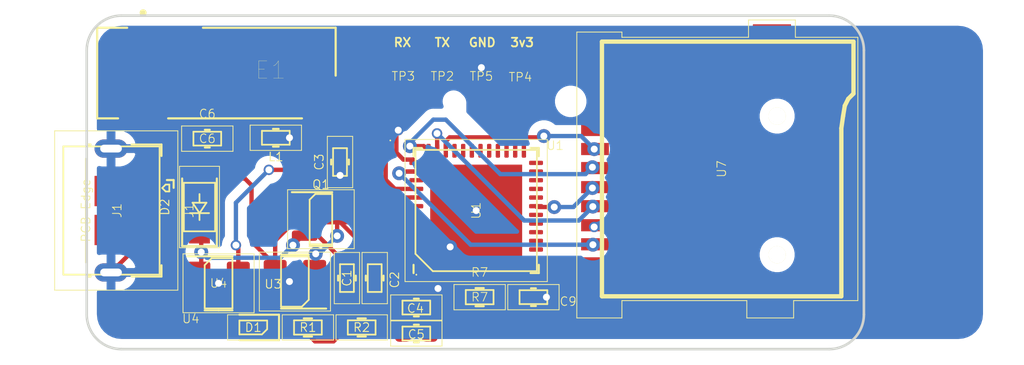
<source format=kicad_pcb>
(kicad_pcb (version 20171130) (host pcbnew 5.1.10)

  (general
    (thickness 1.6)
    (drawings 14)
    (tracks 212)
    (zones 0)
    (modules 24)
    (nets 56)
  )

  (page A4)
  (layers
    (0 F.Cu signal)
    (31 B.Cu signal)
    (32 B.Adhes user)
    (33 F.Adhes user)
    (34 B.Paste user)
    (35 F.Paste user)
    (36 B.SilkS user)
    (37 F.SilkS user)
    (38 B.Mask user)
    (39 F.Mask user)
    (40 Dwgs.User user)
    (41 Cmts.User user)
    (42 Eco1.User user)
    (43 Eco2.User user)
    (44 Edge.Cuts user)
    (45 Margin user)
    (46 B.CrtYd user)
    (47 F.CrtYd user)
    (48 B.Fab user)
    (49 F.Fab user hide)
  )

  (setup
    (last_trace_width 0.25)
    (user_trace_width 0.25)
    (trace_clearance 0.2)
    (zone_clearance 0.508)
    (zone_45_only no)
    (trace_min 0.2)
    (via_size 0.6)
    (via_drill 0.4)
    (via_min_size 0.4)
    (via_min_drill 0.3)
    (uvia_size 0.3)
    (uvia_drill 0.1)
    (uvias_allowed no)
    (uvia_min_size 0.2)
    (uvia_min_drill 0.1)
    (edge_width 0.05)
    (segment_width 0.2)
    (pcb_text_width 0.3)
    (pcb_text_size 1.5 1.5)
    (mod_edge_width 0.12)
    (mod_text_size 0.5 0.5)
    (mod_text_width 0.075)
    (pad_size 1.524 1.524)
    (pad_drill 0.762)
    (pad_to_mask_clearance 0)
    (aux_axis_origin 0 0)
    (visible_elements FFFFFF7F)
    (pcbplotparams
      (layerselection 0x010fc_ffffffff)
      (usegerberextensions false)
      (usegerberattributes true)
      (usegerberadvancedattributes true)
      (creategerberjobfile true)
      (excludeedgelayer true)
      (linewidth 0.100000)
      (plotframeref false)
      (viasonmask false)
      (mode 1)
      (useauxorigin false)
      (hpglpennumber 1)
      (hpglpenspeed 20)
      (hpglpendiameter 15.000000)
      (psnegative false)
      (psa4output false)
      (plotreference true)
      (plotvalue true)
      (plotinvisibletext false)
      (padsonsilk false)
      (subtractmaskfromsilk false)
      (outputformat 1)
      (mirror false)
      (drillshape 1)
      (scaleselection 1)
      (outputdirectory ""))
  )

  (net 0 "")
  (net 1 "Net-(U1-Pad48)")
  (net 2 "Net-(U1-Pad47)")
  (net 3 +3V3)
  (net 4 "Net-(U1-Pad45)")
  (net 5 "Net-(U1-Pad44)")
  (net 6 "Net-(U1-Pad42)")
  (net 7 "Net-(U1-Pad39)")
  (net 8 "Net-(U1-Pad33)")
  (net 9 "Net-(U1-Pad32)")
  (net 10 "Net-(U1-Pad31)")
  (net 11 "Net-(U1-Pad30)")
  (net 12 "Net-(U1-Pad29)")
  (net 13 "Net-(U1-Pad28)")
  (net 14 "Net-(U1-Pad27)")
  (net 15 "Net-(U1-Pad26)")
  (net 16 "Net-(U1-Pad25)")
  (net 17 "Net-(U1-Pad24)")
  (net 18 "Net-(U1-Pad22)")
  (net 19 "Net-(U1-Pad21)")
  (net 20 "Net-(U1-Pad20)")
  (net 21 "Net-(U1-Pad18)")
  (net 22 "Net-(U1-Pad17)")
  (net 23 "Net-(U1-Pad16)")
  (net 24 "Net-(U1-Pad15)")
  (net 25 "Net-(U1-Pad14)")
  (net 26 "Net-(U1-Pad13)")
  (net 27 "Net-(U1-Pad12)")
  (net 28 "Net-(U1-Pad11)")
  (net 29 "Net-(U1-Pad10)")
  (net 30 "Net-(U1-Pad8)")
  (net 31 "Net-(U1-Pad7)")
  (net 32 "Net-(U1-Pad6)")
  (net 33 "Net-(U1-Pad5)")
  (net 34 VBAT)
  (net 35 "Net-(C1-Pad1)")
  (net 36 "Net-(D1-Pad2)")
  (net 37 IO0)
  (net 38 EN)
  (net 39 TXD)
  (net 40 RXD)
  (net 41 "Net-(L1-Pad1)")
  (net 42 GND)
  (net 43 "Net-(U4-Pad4)")
  (net 44 "Net-(D1-Pad1)")
  (net 45 D+)
  (net 46 "Net-(J1-Pad4)")
  (net 47 D-)
  (net 48 "Net-(R1-Pad1)")
  (net 49 "Net-(R2-Pad1)")
  (net 50 CLK)
  (net 51 "Net-(U7-Pad9)")
  (net 52 MISO)
  (net 53 MOSI)
  (net 54 CS)
  (net 55 "Net-(C6-Pad2)")

  (net_class Default "This is the default net class."
    (clearance 0.2)
    (trace_width 0.25)
    (via_dia 0.6)
    (via_drill 0.4)
    (uvia_dia 0.3)
    (uvia_drill 0.1)
    (add_net +3V3)
    (add_net EN)
    (add_net IO0)
    (add_net "Net-(C1-Pad1)")
    (add_net "Net-(C6-Pad2)")
    (add_net "Net-(D1-Pad1)")
    (add_net "Net-(D1-Pad2)")
    (add_net "Net-(J1-Pad4)")
    (add_net "Net-(L1-Pad1)")
    (add_net "Net-(R1-Pad1)")
    (add_net "Net-(R2-Pad1)")
    (add_net "Net-(U1-Pad10)")
    (add_net "Net-(U1-Pad11)")
    (add_net "Net-(U1-Pad12)")
    (add_net "Net-(U1-Pad13)")
    (add_net "Net-(U1-Pad14)")
    (add_net "Net-(U1-Pad15)")
    (add_net "Net-(U1-Pad16)")
    (add_net "Net-(U1-Pad17)")
    (add_net "Net-(U1-Pad18)")
    (add_net "Net-(U1-Pad20)")
    (add_net "Net-(U1-Pad21)")
    (add_net "Net-(U1-Pad22)")
    (add_net "Net-(U1-Pad24)")
    (add_net "Net-(U1-Pad25)")
    (add_net "Net-(U1-Pad26)")
    (add_net "Net-(U1-Pad27)")
    (add_net "Net-(U1-Pad28)")
    (add_net "Net-(U1-Pad29)")
    (add_net "Net-(U1-Pad30)")
    (add_net "Net-(U1-Pad31)")
    (add_net "Net-(U1-Pad32)")
    (add_net "Net-(U1-Pad33)")
    (add_net "Net-(U1-Pad39)")
    (add_net "Net-(U1-Pad42)")
    (add_net "Net-(U1-Pad44)")
    (add_net "Net-(U1-Pad45)")
    (add_net "Net-(U1-Pad47)")
    (add_net "Net-(U1-Pad48)")
    (add_net "Net-(U1-Pad5)")
    (add_net "Net-(U1-Pad6)")
    (add_net "Net-(U1-Pad7)")
    (add_net "Net-(U1-Pad8)")
    (add_net "Net-(U4-Pad4)")
    (add_net "Net-(U7-Pad9)")
  )

  (net_class thicc ""
    (clearance 0.25)
    (trace_width 0.3)
    (via_dia 0.6)
    (via_drill 0.4)
    (uvia_dia 0.3)
    (uvia_drill 0.1)
    (add_net CLK)
    (add_net CS)
    (add_net D+)
    (add_net D-)
    (add_net GND)
    (add_net MISO)
    (add_net MOSI)
    (add_net RXD)
    (add_net TXD)
    (add_net VBAT)
  )

  (module Capacitor_SMD:C_0603_1608Metric (layer F.Cu) (tedit 5F68FEEE) (tstamp 60CBB2FC)
    (at 179.5 129.1 180)
    (descr "Capacitor SMD 0603 (1608 Metric), square (rectangular) end terminal, IPC_7351 nominal, (Body size source: IPC-SM-782 page 76, https://www.pcb-3d.com/wordpress/wp-content/uploads/ipc-sm-782a_amendment_1_and_2.pdf), generated with kicad-footprint-generator")
    (tags capacitor)
    (path /60CB3E89)
    (attr smd)
    (fp_text reference C5 (at 0 -0.05) (layer F.SilkS)
      (effects (font (size 0.5 0.5) (thickness 0.05)))
    )
    (fp_text value 0.1uF (at 0 1.43) (layer F.SilkS) hide
      (effects (font (size 0.5 0.5) (thickness 0.05)))
    )
    (fp_line (start 1.48 0.73) (end -1.48 0.73) (layer F.SilkS) (width 0.05))
    (fp_line (start 1.48 -0.73) (end 1.48 0.73) (layer F.SilkS) (width 0.05))
    (fp_line (start -1.48 -0.73) (end 1.48 -0.73) (layer F.SilkS) (width 0.05))
    (fp_line (start -1.48 0.73) (end -1.48 -0.73) (layer F.SilkS) (width 0.05))
    (fp_line (start -0.14058 0.51) (end 0.14058 0.51) (layer F.SilkS) (width 0.12))
    (fp_line (start -0.14058 -0.51) (end 0.14058 -0.51) (layer F.SilkS) (width 0.12))
    (fp_line (start 0.8 0.4) (end -0.8 0.4) (layer F.SilkS) (width 0.1))
    (fp_line (start 0.8 -0.4) (end 0.8 0.4) (layer F.SilkS) (width 0.1))
    (fp_line (start -0.8 -0.4) (end 0.8 -0.4) (layer F.SilkS) (width 0.1))
    (fp_line (start -0.8 0.4) (end -0.8 -0.4) (layer F.SilkS) (width 0.1))
    (fp_text user %R (at 0 -0.05) (layer F.SilkS)
      (effects (font (size 0.5 0.5) (thickness 0.05)))
    )
    (pad 2 smd roundrect (at 0.775 0 180) (size 0.9 0.95) (layers F.Cu F.Paste F.Mask) (roundrect_rratio 0.25)
      (net 42 GND))
    (pad 1 smd roundrect (at -0.775 0 180) (size 0.9 0.95) (layers F.Cu F.Paste F.Mask) (roundrect_rratio 0.25)
      (net 3 +3V3))
    (model ${KICAD6_3DMODEL_DIR}/Capacitor_SMD.3dshapes/C_0603_1608Metric.wrl
      (at (xyz 0 0 0))
      (scale (xyz 1 1 1))
      (rotate (xyz 0 0 0))
    )
  )

  (module PRO-0B-440:ANT_PRO-OB-440 (layer F.Cu) (tedit 60CB6EE5) (tstamp 60CC06FA)
    (at 163.75 112.2)
    (path /60CC20A0)
    (fp_text reference E1 (at 7.35 1.7) (layer F.SilkS)
      (effects (font (size 1 1) (thickness 0.015)))
    )
    (fp_text value PRO-OB-440 (at 5.89 6.365) (layer F.Fab)
      (effects (font (size 1 1) (thickness 0.015)))
    )
    (fp_line (start -2.65 4.48) (end 11.1 4.48) (layer F.Fab) (width 0.127))
    (fp_line (start 11.1 4.48) (end 11.1 -0.75) (layer F.Fab) (width 0.127))
    (fp_line (start 11.1 -0.75) (end -2.65 -0.75) (layer F.Fab) (width 0.127))
    (fp_line (start -2.65 -0.75) (end -2.65 4.48) (layer F.SilkS) (width 0.127))
    (fp_line (start -2.9 -1) (end 1.05 -1) (layer F.CrtYd) (width 0.05))
    (fp_line (start 3.35 -1) (end 11.35 -1) (layer F.CrtYd) (width 0.05))
    (fp_line (start 9.225 4.73) (end 1.375 4.73) (layer F.CrtYd) (width 0.05))
    (fp_line (start 1.445 4.48) (end 9.155 4.48) (layer F.SilkS) (width 0.127))
    (fp_line (start 3.45 -0.75) (end 11.1 -0.75) (layer F.SilkS) (width 0.127))
    (fp_line (start 11.1 -0.75) (end 11.1 2.01) (layer F.SilkS) (width 0.127))
    (fp_circle (center 0 -1.62) (end 0.1 -1.62) (layer F.SilkS) (width 0.2))
    (fp_circle (center 0 -1.62) (end 0.1 -1.62) (layer F.Fab) (width 0.2))
    (fp_line (start -1.375 4.73) (end -1.375 5.28) (layer F.CrtYd) (width 0.05))
    (fp_line (start -1.375 5.28) (end 1.375 5.28) (layer F.CrtYd) (width 0.05))
    (fp_line (start 1.375 5.28) (end 1.375 4.73) (layer F.CrtYd) (width 0.05))
    (fp_line (start 1.05 -1) (end 1.05 -1.3) (layer F.CrtYd) (width 0.05))
    (fp_line (start 1.05 -1.3) (end 3.35 -1.3) (layer F.CrtYd) (width 0.05))
    (fp_line (start 3.35 -1.3) (end 3.35 -1) (layer F.CrtYd) (width 0.05))
    (fp_line (start 9.225 4.73) (end 9.225 5.35) (layer F.CrtYd) (width 0.05))
    (fp_line (start 9.225 5.35) (end 12.175 5.35) (layer F.CrtYd) (width 0.05))
    (fp_line (start -2.9 -1) (end -2.9 4.73) (layer F.CrtYd) (width 0.05))
    (fp_line (start -2.9 4.73) (end -1.375 4.73) (layer F.CrtYd) (width 0.05))
    (fp_line (start -2.65 -0.75) (end -2.65 4.48) (layer F.Fab) (width 0.127))
    (fp_poly (pts (xy 1.3 -1.05) (xy 3.1 -1.05) (xy 3.1 1.05) (xy 1.3 1.05)) (layer Dwgs.User) (width 0.01))
    (fp_poly (pts (xy 1.3 -1.05) (xy 3.1 -1.05) (xy 3.1 1.05) (xy 1.3 1.05)) (layer Dwgs.User) (width 0.01))
    (fp_poly (pts (xy 1.3 -1.05) (xy 3.1 -1.05) (xy 3.1 1.05) (xy 1.3 1.05)) (layer Dwgs.User) (width 0.01))
    (fp_poly (pts (xy 9.475 2.33) (xy 11.925 2.33) (xy 11.925 5.13) (xy 9.475 5.13)) (layer Dwgs.User) (width 0.01))
    (fp_poly (pts (xy 9.475 2.33) (xy 11.925 2.33) (xy 11.925 5.13) (xy 9.475 5.13)) (layer Dwgs.User) (width 0.01))
    (fp_poly (pts (xy 9.475 2.33) (xy 11.925 2.33) (xy 11.925 5.13) (xy 9.475 5.13)) (layer Dwgs.User) (width 0.01))
    (fp_line (start 11.35 -1) (end 11.35 2.08) (layer F.CrtYd) (width 0.05))
    (fp_line (start 11.35 2.08) (end 12.175 2.08) (layer F.CrtYd) (width 0.05))
    (fp_line (start 12.175 2.08) (end 12.175 5.35) (layer F.CrtYd) (width 0.05))
    (fp_poly (pts (xy -1.125 2.43) (xy 1.125 2.43) (xy 1.125 5.03) (xy -1.125 5.03)) (layer Dwgs.User) (width 0.01))
    (fp_poly (pts (xy -1.125 2.43) (xy 1.125 2.43) (xy 1.125 5.03) (xy -1.125 5.03)) (layer Dwgs.User) (width 0.01))
    (fp_poly (pts (xy -1.125 2.43) (xy 1.125 2.43) (xy 1.125 5.03) (xy -1.125 5.03)) (layer Dwgs.User) (width 0.01))
    (fp_line (start -2.65 4.48) (end -1.445 4.48) (layer F.SilkS) (width 0.127))
    (fp_line (start -2.65 -0.75) (end -0.92 -0.75) (layer F.SilkS) (width 0.127))
    (pad 1 smd rect (at 0 0) (size 1.2 1.5) (layers F.Cu F.Paste F.Mask)
      (net 42 GND))
    (pad 2 smd rect (at 2.2 0) (size 1.2 1.5) (layers F.Cu F.Paste F.Mask)
      (net 55 "Net-(C6-Pad2)"))
    (pad 4 smd rect (at 10.7 3.73) (size 1.2 1.5) (layers F.Cu F.Paste F.Mask))
    (pad 3 smd rect (at 0 3.73) (size 1.2 1.5) (layers F.Cu F.Paste F.Mask))
  )

  (module Capacitor_SMD:C_0603_1608Metric (layer F.Cu) (tedit 5F68FEEE) (tstamp 60C9BFC8)
    (at 175.1 119.2 90)
    (descr "Capacitor SMD 0603 (1608 Metric), square (rectangular) end terminal, IPC_7351 nominal, (Body size source: IPC-SM-782 page 76, https://www.pcb-3d.com/wordpress/wp-content/uploads/ipc-sm-782a_amendment_1_and_2.pdf), generated with kicad-footprint-generator")
    (tags capacitor)
    (path /60D3AAF0)
    (attr smd)
    (fp_text reference C3 (at 0 -1.2 90) (layer F.SilkS)
      (effects (font (size 0.5 0.5) (thickness 0.05)))
    )
    (fp_text value 2.2uF (at 0 1.43 90) (layer F.SilkS) hide
      (effects (font (size 0.5 0.5) (thickness 0.05)))
    )
    (fp_line (start 1.48 0.73) (end -1.48 0.73) (layer F.SilkS) (width 0.05))
    (fp_line (start 1.48 -0.73) (end 1.48 0.73) (layer F.SilkS) (width 0.05))
    (fp_line (start -1.48 -0.73) (end 1.48 -0.73) (layer F.SilkS) (width 0.05))
    (fp_line (start -1.48 0.73) (end -1.48 -0.73) (layer F.SilkS) (width 0.05))
    (fp_line (start -0.14058 0.51) (end 0.14058 0.51) (layer F.SilkS) (width 0.12))
    (fp_line (start -0.14058 -0.51) (end 0.14058 -0.51) (layer F.SilkS) (width 0.12))
    (fp_line (start 0.8 0.4) (end -0.8 0.4) (layer F.SilkS) (width 0.1))
    (fp_line (start 0.8 -0.4) (end 0.8 0.4) (layer F.SilkS) (width 0.1))
    (fp_line (start -0.8 -0.4) (end 0.8 -0.4) (layer F.SilkS) (width 0.1))
    (fp_line (start -0.8 0.4) (end -0.8 -0.4) (layer F.SilkS) (width 0.1))
    (fp_text user %R (at 0 -1.2 90) (layer F.SilkS)
      (effects (font (size 0.5 0.5) (thickness 0.05)))
    )
    (pad 2 smd roundrect (at 0.775 0 90) (size 0.9 0.95) (layers F.Cu F.Paste F.Mask) (roundrect_rratio 0.25)
      (net 42 GND))
    (pad 1 smd roundrect (at -0.775 0 90) (size 0.9 0.95) (layers F.Cu F.Paste F.Mask) (roundrect_rratio 0.25)
      (net 3 +3V3))
    (model ${KICAD6_3DMODEL_DIR}/Capacitor_SMD.3dshapes/C_0603_1608Metric.wrl
      (at (xyz 0 0 0))
      (scale (xyz 1 1 1))
      (rotate (xyz 0 0 0))
    )
  )

  (module microsd:testpad (layer F.Cu) (tedit 60C9747D) (tstamp 60CA16CD)
    (at 178.75 113.75)
    (path /60EE6738)
    (fp_text reference TP3 (at 0 0.5) (layer F.SilkS)
      (effects (font (size 0.5 0.5) (thickness 0.05)))
    )
    (fp_text value txdct (at 0 -0.5) (layer F.SilkS) hide
      (effects (font (size 0.5 0.5) (thickness 0.05)))
    )
    (pad 1 smd circle (at 0 0) (size 1.5 1.5) (layers F.Cu F.Paste F.Mask)
      (net 39 TXD))
  )

  (module Diode_SMD:D_SOD-123 (layer F.Cu) (tedit 58645DC7) (tstamp 60CB04EE)
    (at 167 121.8 90)
    (descr SOD-123)
    (tags SOD-123)
    (path /60D0474E)
    (attr smd)
    (fp_text reference D2 (at 0 -2 90) (layer F.SilkS)
      (effects (font (size 0.5 0.5) (thickness 0.05)))
    )
    (fp_text value D_Schottky (at 0 2.1 90) (layer F.SilkS) hide
      (effects (font (size 0.5 0.5) (thickness 0.05)))
    )
    (fp_line (start -2.25 -1) (end -2.25 1) (layer F.SilkS) (width 0.12))
    (fp_line (start 0.25 0) (end 0.75 0) (layer F.SilkS) (width 0.1))
    (fp_line (start 0.25 0.4) (end -0.35 0) (layer F.SilkS) (width 0.1))
    (fp_line (start 0.25 -0.4) (end 0.25 0.4) (layer F.SilkS) (width 0.1))
    (fp_line (start -0.35 0) (end 0.25 -0.4) (layer F.SilkS) (width 0.1))
    (fp_line (start -0.35 0) (end -0.35 0.55) (layer F.SilkS) (width 0.1))
    (fp_line (start -0.35 0) (end -0.35 -0.55) (layer F.SilkS) (width 0.1))
    (fp_line (start -0.75 0) (end -0.35 0) (layer F.SilkS) (width 0.1))
    (fp_line (start -1.4 0.9) (end -1.4 -0.9) (layer F.SilkS) (width 0.1))
    (fp_line (start 1.4 0.9) (end -1.4 0.9) (layer F.SilkS) (width 0.1))
    (fp_line (start 1.4 -0.9) (end 1.4 0.9) (layer F.SilkS) (width 0.1))
    (fp_line (start -1.4 -0.9) (end 1.4 -0.9) (layer F.SilkS) (width 0.1))
    (fp_line (start -2.35 -1.15) (end 2.35 -1.15) (layer F.SilkS) (width 0.05))
    (fp_line (start 2.35 -1.15) (end 2.35 1.15) (layer F.SilkS) (width 0.05))
    (fp_line (start 2.35 1.15) (end -2.35 1.15) (layer F.SilkS) (width 0.05))
    (fp_line (start -2.35 -1.15) (end -2.35 1.15) (layer F.SilkS) (width 0.05))
    (fp_line (start -2.25 1) (end 1.65 1) (layer F.SilkS) (width 0.12))
    (fp_line (start -2.25 -1) (end 1.65 -1) (layer F.SilkS) (width 0.12))
    (fp_text user %R (at 0 -2 90) (layer F.SilkS)
      (effects (font (size 0.5 0.5) (thickness 0.05)))
    )
    (pad 2 smd rect (at 1.65 0 90) (size 0.9 1.2) (layers F.Cu F.Paste F.Mask)
      (net 36 "Net-(D1-Pad2)"))
    (pad 1 smd rect (at -1.65 0 90) (size 0.9 1.2) (layers F.Cu F.Paste F.Mask)
      (net 35 "Net-(C1-Pad1)"))
    (model ${KICAD6_3DMODEL_DIR}/Diode_SMD.3dshapes/D_SOD-123.wrl
      (at (xyz 0 0 0))
      (scale (xyz 1 1 1))
      (rotate (xyz 0 0 0))
    )
  )

  (module Inductor_SMD:L_0603_1608Metric (layer F.Cu) (tedit 5F68FEF0) (tstamp 60C9C1FA)
    (at 171.4 117.8 180)
    (descr "Inductor SMD 0603 (1608 Metric), square (rectangular) end terminal, IPC_7351 nominal, (Body size source: http://www.tortai-tech.com/upload/download/2011102023233369053.pdf), generated with kicad-footprint-generator")
    (tags inductor)
    (path /60CA3C71)
    (attr smd)
    (fp_text reference L1 (at 0 -1.1) (layer F.SilkS)
      (effects (font (size 0.5 0.5) (thickness 0.05)))
    )
    (fp_text value 1.8nH (at 0 1.43) (layer F.SilkS) hide
      (effects (font (size 0.5 0.5) (thickness 0.05)))
    )
    (fp_line (start 1.48 0.73) (end -1.48 0.73) (layer F.SilkS) (width 0.05))
    (fp_line (start 1.48 -0.73) (end 1.48 0.73) (layer F.SilkS) (width 0.05))
    (fp_line (start -1.48 -0.73) (end 1.48 -0.73) (layer F.SilkS) (width 0.05))
    (fp_line (start -1.48 0.73) (end -1.48 -0.73) (layer F.SilkS) (width 0.05))
    (fp_line (start -0.162779 0.51) (end 0.162779 0.51) (layer F.SilkS) (width 0.12))
    (fp_line (start -0.162779 -0.51) (end 0.162779 -0.51) (layer F.SilkS) (width 0.12))
    (fp_line (start 0.8 0.4) (end -0.8 0.4) (layer F.SilkS) (width 0.1))
    (fp_line (start 0.8 -0.4) (end 0.8 0.4) (layer F.SilkS) (width 0.1))
    (fp_line (start -0.8 -0.4) (end 0.8 -0.4) (layer F.SilkS) (width 0.1))
    (fp_line (start -0.8 0.4) (end -0.8 -0.4) (layer F.SilkS) (width 0.1))
    (fp_text user %R (at 0 -1.1) (layer F.SilkS)
      (effects (font (size 0.5 0.5) (thickness 0.05)))
    )
    (pad 2 smd roundrect (at 0.7875 0 180) (size 0.875 0.95) (layers F.Cu F.Paste F.Mask) (roundrect_rratio 0.25)
      (net 55 "Net-(C6-Pad2)"))
    (pad 1 smd roundrect (at -0.7875 0 180) (size 0.875 0.95) (layers F.Cu F.Paste F.Mask) (roundrect_rratio 0.25)
      (net 41 "Net-(L1-Pad1)"))
    (model ${KICAD6_3DMODEL_DIR}/Inductor_SMD.3dshapes/L_0603_1608Metric.wrl
      (at (xyz 0 0 0))
      (scale (xyz 1 1 1))
      (rotate (xyz 0 0 0))
    )
  )

  (module Capacitor_SMD:C_0603_1608Metric (layer F.Cu) (tedit 5F68FEEE) (tstamp 60CB7C9F)
    (at 167.45 117.85)
    (descr "Capacitor SMD 0603 (1608 Metric), square (rectangular) end terminal, IPC_7351 nominal, (Body size source: IPC-SM-782 page 76, https://www.pcb-3d.com/wordpress/wp-content/uploads/ipc-sm-782a_amendment_1_and_2.pdf), generated with kicad-footprint-generator")
    (tags capacitor)
    (path /60CA8290)
    (attr smd)
    (fp_text reference C6 (at 0 -1.43) (layer F.SilkS)
      (effects (font (size 0.5 0.5) (thickness 0.05)))
    )
    (fp_text value 2.7pF (at 0 1.43) (layer F.SilkS) hide
      (effects (font (size 0.5 0.5) (thickness 0.05)))
    )
    (fp_line (start 1.48 0.73) (end -1.48 0.73) (layer F.SilkS) (width 0.05))
    (fp_line (start 1.48 -0.73) (end 1.48 0.73) (layer F.SilkS) (width 0.05))
    (fp_line (start -1.48 -0.73) (end 1.48 -0.73) (layer F.SilkS) (width 0.05))
    (fp_line (start -1.48 0.73) (end -1.48 -0.73) (layer F.SilkS) (width 0.05))
    (fp_line (start -0.14058 0.51) (end 0.14058 0.51) (layer F.SilkS) (width 0.12))
    (fp_line (start -0.14058 -0.51) (end 0.14058 -0.51) (layer F.SilkS) (width 0.12))
    (fp_line (start 0.8 0.4) (end -0.8 0.4) (layer F.SilkS) (width 0.1))
    (fp_line (start 0.8 -0.4) (end 0.8 0.4) (layer F.SilkS) (width 0.1))
    (fp_line (start -0.8 -0.4) (end 0.8 -0.4) (layer F.SilkS) (width 0.1))
    (fp_line (start -0.8 0.4) (end -0.8 -0.4) (layer F.SilkS) (width 0.1))
    (fp_text user %R (at 0 0) (layer F.SilkS)
      (effects (font (size 0.5 0.5) (thickness 0.05)))
    )
    (pad 2 smd roundrect (at 0.775 0) (size 0.9 0.95) (layers F.Cu F.Paste F.Mask) (roundrect_rratio 0.25)
      (net 55 "Net-(C6-Pad2)"))
    (pad 1 smd roundrect (at -0.775 0) (size 0.9 0.95) (layers F.Cu F.Paste F.Mask) (roundrect_rratio 0.25)
      (net 42 GND))
    (model ${KICAD6_3DMODEL_DIR}/Capacitor_SMD.3dshapes/C_0603_1608Metric.wrl
      (at (xyz 0 0 0))
      (scale (xyz 1 1 1))
      (rotate (xyz 0 0 0))
    )
  )

  (module Capacitor_SMD:C_0603_1608Metric (layer F.Cu) (tedit 5F68FEEE) (tstamp 60C9BFD9)
    (at 179.5 127.6 180)
    (descr "Capacitor SMD 0603 (1608 Metric), square (rectangular) end terminal, IPC_7351 nominal, (Body size source: IPC-SM-782 page 76, https://www.pcb-3d.com/wordpress/wp-content/uploads/ipc-sm-782a_amendment_1_and_2.pdf), generated with kicad-footprint-generator")
    (tags capacitor)
    (path /60CB060B)
    (attr smd)
    (fp_text reference C4 (at 0.05 -0.05) (layer F.SilkS)
      (effects (font (size 0.5 0.5) (thickness 0.05)))
    )
    (fp_text value 0.1uF (at 0 1.43) (layer F.SilkS) hide
      (effects (font (size 0.5 0.5) (thickness 0.05)))
    )
    (fp_line (start 1.48 0.73) (end -1.48 0.73) (layer F.SilkS) (width 0.05))
    (fp_line (start 1.48 -0.73) (end 1.48 0.73) (layer F.SilkS) (width 0.05))
    (fp_line (start -1.48 -0.73) (end 1.48 -0.73) (layer F.SilkS) (width 0.05))
    (fp_line (start -1.48 0.73) (end -1.48 -0.73) (layer F.SilkS) (width 0.05))
    (fp_line (start -0.14058 0.51) (end 0.14058 0.51) (layer F.SilkS) (width 0.12))
    (fp_line (start -0.14058 -0.51) (end 0.14058 -0.51) (layer F.SilkS) (width 0.12))
    (fp_line (start 0.8 0.4) (end -0.8 0.4) (layer F.SilkS) (width 0.1))
    (fp_line (start 0.8 -0.4) (end 0.8 0.4) (layer F.SilkS) (width 0.1))
    (fp_line (start -0.8 -0.4) (end 0.8 -0.4) (layer F.SilkS) (width 0.1))
    (fp_line (start -0.8 0.4) (end -0.8 -0.4) (layer F.SilkS) (width 0.1))
    (fp_text user %R (at 0.05 -0.05) (layer F.SilkS)
      (effects (font (size 0.5 0.5) (thickness 0.05)))
    )
    (pad 2 smd roundrect (at 0.775 0 180) (size 0.9 0.95) (layers F.Cu F.Paste F.Mask) (roundrect_rratio 0.25)
      (net 42 GND))
    (pad 1 smd roundrect (at -0.775 0 180) (size 0.9 0.95) (layers F.Cu F.Paste F.Mask) (roundrect_rratio 0.25)
      (net 3 +3V3))
    (model ${KICAD6_3DMODEL_DIR}/Capacitor_SMD.3dshapes/C_0603_1608Metric.wrl
      (at (xyz 0 0 0))
      (scale (xyz 1 1 1))
      (rotate (xyz 0 0 0))
    )
  )

  (module Capacitor_SMD:C_0603_1608Metric (layer F.Cu) (tedit 5F68FEEE) (tstamp 60CB07BC)
    (at 177.1 125.9 270)
    (descr "Capacitor SMD 0603 (1608 Metric), square (rectangular) end terminal, IPC_7351 nominal, (Body size source: IPC-SM-782 page 76, https://www.pcb-3d.com/wordpress/wp-content/uploads/ipc-sm-782a_amendment_1_and_2.pdf), generated with kicad-footprint-generator")
    (tags capacitor)
    (path /60D96D15)
    (attr smd)
    (fp_text reference C2 (at 0.1 -1.15 90) (layer F.SilkS)
      (effects (font (size 0.5 0.5) (thickness 0.05)))
    )
    (fp_text value 10uF (at 0 1.43 90) (layer F.SilkS) hide
      (effects (font (size 0.5 0.5) (thickness 0.05)))
    )
    (fp_line (start 1.48 0.73) (end -1.48 0.73) (layer F.SilkS) (width 0.05))
    (fp_line (start 1.48 -0.73) (end 1.48 0.73) (layer F.SilkS) (width 0.05))
    (fp_line (start -1.48 -0.73) (end 1.48 -0.73) (layer F.SilkS) (width 0.05))
    (fp_line (start -1.48 0.73) (end -1.48 -0.73) (layer F.SilkS) (width 0.05))
    (fp_line (start -0.14058 0.51) (end 0.14058 0.51) (layer F.SilkS) (width 0.12))
    (fp_line (start -0.14058 -0.51) (end 0.14058 -0.51) (layer F.SilkS) (width 0.12))
    (fp_line (start 0.8 0.4) (end -0.8 0.4) (layer F.SilkS) (width 0.1))
    (fp_line (start 0.8 -0.4) (end 0.8 0.4) (layer F.SilkS) (width 0.1))
    (fp_line (start -0.8 -0.4) (end 0.8 -0.4) (layer F.SilkS) (width 0.1))
    (fp_line (start -0.8 0.4) (end -0.8 -0.4) (layer F.SilkS) (width 0.1))
    (fp_text user %R (at 0.1 -1.15 90) (layer F.SilkS)
      (effects (font (size 0.5 0.5) (thickness 0.05)))
    )
    (pad 2 smd roundrect (at 0.775 0 270) (size 0.9 0.95) (layers F.Cu F.Paste F.Mask) (roundrect_rratio 0.25)
      (net 42 GND))
    (pad 1 smd roundrect (at -0.775 0 270) (size 0.9 0.95) (layers F.Cu F.Paste F.Mask) (roundrect_rratio 0.25)
      (net 34 VBAT))
    (model ${KICAD6_3DMODEL_DIR}/Capacitor_SMD.3dshapes/C_0603_1608Metric.wrl
      (at (xyz 0 0 0))
      (scale (xyz 1 1 1))
      (rotate (xyz 0 0 0))
    )
  )

  (module Capacitor_SMD:C_0603_1608Metric (layer F.Cu) (tedit 5F68FEEE) (tstamp 60CB052E)
    (at 175.5 125.9 270)
    (descr "Capacitor SMD 0603 (1608 Metric), square (rectangular) end terminal, IPC_7351 nominal, (Body size source: IPC-SM-782 page 76, https://www.pcb-3d.com/wordpress/wp-content/uploads/ipc-sm-782a_amendment_1_and_2.pdf), generated with kicad-footprint-generator")
    (tags capacitor)
    (path /60D27F15)
    (attr smd)
    (fp_text reference C1 (at 0 0 90) (layer F.SilkS)
      (effects (font (size 0.5 0.5) (thickness 0.05)))
    )
    (fp_text value 1uF (at 0 1.43 90) (layer F.SilkS) hide
      (effects (font (size 0.5 0.5) (thickness 0.05)))
    )
    (fp_line (start 1.48 0.73) (end -1.48 0.73) (layer F.SilkS) (width 0.05))
    (fp_line (start 1.48 -0.73) (end 1.48 0.73) (layer F.SilkS) (width 0.05))
    (fp_line (start -1.48 -0.73) (end 1.48 -0.73) (layer F.SilkS) (width 0.05))
    (fp_line (start -1.48 0.73) (end -1.48 -0.73) (layer F.SilkS) (width 0.05))
    (fp_line (start -0.14058 0.51) (end 0.14058 0.51) (layer F.SilkS) (width 0.12))
    (fp_line (start -0.14058 -0.51) (end 0.14058 -0.51) (layer F.SilkS) (width 0.12))
    (fp_line (start 0.8 0.4) (end -0.8 0.4) (layer F.SilkS) (width 0.1))
    (fp_line (start 0.8 -0.4) (end 0.8 0.4) (layer F.SilkS) (width 0.1))
    (fp_line (start -0.8 -0.4) (end 0.8 -0.4) (layer F.SilkS) (width 0.1))
    (fp_line (start -0.8 0.4) (end -0.8 -0.4) (layer F.SilkS) (width 0.1))
    (fp_text user %R (at 0 0 90) (layer F.SilkS)
      (effects (font (size 0.5 0.5) (thickness 0.05)))
    )
    (pad 2 smd roundrect (at 0.775 0 270) (size 0.9 0.95) (layers F.Cu F.Paste F.Mask) (roundrect_rratio 0.25)
      (net 42 GND))
    (pad 1 smd roundrect (at -0.775 0 270) (size 0.9 0.95) (layers F.Cu F.Paste F.Mask) (roundrect_rratio 0.25)
      (net 35 "Net-(C1-Pad1)"))
    (model ${KICAD6_3DMODEL_DIR}/Capacitor_SMD.3dshapes/C_0603_1608Metric.wrl
      (at (xyz 0 0 0))
      (scale (xyz 1 1 1))
      (rotate (xyz 0 0 0))
    )
  )

  (module Capacitor_SMD:C_0603_1608Metric (layer F.Cu) (tedit 5F68FEEE) (tstamp 60CAECAC)
    (at 186.25 127)
    (descr "Capacitor SMD 0603 (1608 Metric), square (rectangular) end terminal, IPC_7351 nominal, (Body size source: IPC-SM-782 page 76, https://www.pcb-3d.com/wordpress/wp-content/uploads/ipc-sm-782a_amendment_1_and_2.pdf), generated with kicad-footprint-generator")
    (tags capacitor)
    (path /60DF9C31)
    (attr smd)
    (fp_text reference C9 (at 2 0.25) (layer F.SilkS)
      (effects (font (size 0.5 0.5) (thickness 0.05)))
    )
    (fp_text value 2.7pF (at 0 1.43) (layer F.SilkS) hide
      (effects (font (size 0.5 0.5) (thickness 0.05)))
    )
    (fp_line (start 1.48 0.73) (end -1.48 0.73) (layer F.SilkS) (width 0.05))
    (fp_line (start 1.48 -0.73) (end 1.48 0.73) (layer F.SilkS) (width 0.05))
    (fp_line (start -1.48 -0.73) (end 1.48 -0.73) (layer F.SilkS) (width 0.05))
    (fp_line (start -1.48 0.73) (end -1.48 -0.73) (layer F.SilkS) (width 0.05))
    (fp_line (start -0.14058 0.51) (end 0.14058 0.51) (layer F.SilkS) (width 0.12))
    (fp_line (start -0.14058 -0.51) (end 0.14058 -0.51) (layer F.SilkS) (width 0.12))
    (fp_line (start 0.8 0.4) (end -0.8 0.4) (layer F.SilkS) (width 0.1))
    (fp_line (start 0.8 -0.4) (end 0.8 0.4) (layer F.SilkS) (width 0.1))
    (fp_line (start -0.8 -0.4) (end 0.8 -0.4) (layer F.SilkS) (width 0.1))
    (fp_line (start -0.8 0.4) (end -0.8 -0.4) (layer F.SilkS) (width 0.1))
    (pad 2 smd roundrect (at 0.775 0) (size 0.9 0.95) (layers F.Cu F.Paste F.Mask) (roundrect_rratio 0.25)
      (net 42 GND))
    (pad 1 smd roundrect (at -0.775 0) (size 0.9 0.95) (layers F.Cu F.Paste F.Mask) (roundrect_rratio 0.25)
      (net 38 EN))
    (model ${KICAD6_3DMODEL_DIR}/Capacitor_SMD.3dshapes/C_0603_1608Metric.wrl
      (at (xyz 0 0 0))
      (scale (xyz 1 1 1))
      (rotate (xyz 0 0 0))
    )
  )

  (module Resistor_SMD:R_0603_1608Metric (layer F.Cu) (tedit 5F68FEEE) (tstamp 60CBAF6E)
    (at 183.15 127)
    (descr "Resistor SMD 0603 (1608 Metric), square (rectangular) end terminal, IPC_7351 nominal, (Body size source: IPC-SM-782 page 72, https://www.pcb-3d.com/wordpress/wp-content/uploads/ipc-sm-782a_amendment_1_and_2.pdf), generated with kicad-footprint-generator")
    (tags resistor)
    (path /60E16A7D)
    (attr smd)
    (fp_text reference R7 (at 0 -1.43) (layer F.SilkS)
      (effects (font (size 0.5 0.5) (thickness 0.05)))
    )
    (fp_text value 10k (at 0 1.43) (layer F.SilkS) hide
      (effects (font (size 0.5 0.5) (thickness 0.05)))
    )
    (fp_line (start 1.48 0.73) (end -1.48 0.73) (layer F.SilkS) (width 0.05))
    (fp_line (start 1.48 -0.73) (end 1.48 0.73) (layer F.SilkS) (width 0.05))
    (fp_line (start -1.48 -0.73) (end 1.48 -0.73) (layer F.SilkS) (width 0.05))
    (fp_line (start -1.48 0.73) (end -1.48 -0.73) (layer F.SilkS) (width 0.05))
    (fp_line (start -0.237258 0.5225) (end 0.237258 0.5225) (layer F.SilkS) (width 0.12))
    (fp_line (start -0.237258 -0.5225) (end 0.237258 -0.5225) (layer F.SilkS) (width 0.12))
    (fp_line (start 0.8 0.4125) (end -0.8 0.4125) (layer F.SilkS) (width 0.1))
    (fp_line (start 0.8 -0.4125) (end 0.8 0.4125) (layer F.SilkS) (width 0.1))
    (fp_line (start -0.8 -0.4125) (end 0.8 -0.4125) (layer F.SilkS) (width 0.1))
    (fp_line (start -0.8 0.4125) (end -0.8 -0.4125) (layer F.SilkS) (width 0.1))
    (fp_text user %R (at 0 0) (layer F.SilkS)
      (effects (font (size 0.5 0.5) (thickness 0.05)))
    )
    (pad 2 smd roundrect (at 0.825 0) (size 0.8 0.95) (layers F.Cu F.Paste F.Mask) (roundrect_rratio 0.25)
      (net 38 EN))
    (pad 1 smd roundrect (at -0.825 0) (size 0.8 0.95) (layers F.Cu F.Paste F.Mask) (roundrect_rratio 0.25)
      (net 3 +3V3))
    (model ${KICAD6_3DMODEL_DIR}/Resistor_SMD.3dshapes/R_0603_1608Metric.wrl
      (at (xyz 0 0 0))
      (scale (xyz 1 1 1))
      (rotate (xyz 0 0 0))
    )
  )

  (module Package_TO_SOT_SMD:SOT-23-5 (layer F.Cu) (tedit 5F6F9B37) (tstamp 60CB05E8)
    (at 172.5 126.1 180)
    (descr "SOT, 5 Pin (https://www.jedec.org/sites/default/files/docs/Mo-178c.PDF variant AA), generated with kicad-footprint-generator ipc_gullwing_generator.py")
    (tags "SOT TO_SOT_SMD")
    (path /60D74B57)
    (attr smd)
    (fp_text reference U3 (at 1.25 -0.15) (layer F.SilkS)
      (effects (font (size 0.5 0.5) (thickness 0.05)))
    )
    (fp_text value SL4054ST25P (at 0 2.4) (layer F.SilkS) hide
      (effects (font (size 0.5 0.5) (thickness 0.05)))
    )
    (fp_line (start 2.05 -1.7) (end -2.05 -1.7) (layer F.SilkS) (width 0.05))
    (fp_line (start 2.05 1.7) (end 2.05 -1.7) (layer F.SilkS) (width 0.05))
    (fp_line (start -2.05 1.7) (end 2.05 1.7) (layer F.SilkS) (width 0.05))
    (fp_line (start -2.05 -1.7) (end -2.05 1.7) (layer F.SilkS) (width 0.05))
    (fp_line (start -0.8 -1.05) (end -0.4 -1.45) (layer F.SilkS) (width 0.1))
    (fp_line (start -0.8 1.45) (end -0.8 -1.05) (layer F.SilkS) (width 0.1))
    (fp_line (start 0.8 1.45) (end -0.8 1.45) (layer F.SilkS) (width 0.1))
    (fp_line (start 0.8 -1.45) (end 0.8 1.45) (layer F.SilkS) (width 0.1))
    (fp_line (start -0.4 -1.45) (end 0.8 -1.45) (layer F.SilkS) (width 0.1))
    (fp_line (start 0 -1.56) (end -1.8 -1.56) (layer F.SilkS) (width 0.12))
    (fp_line (start 0 -1.56) (end 0.8 -1.56) (layer F.SilkS) (width 0.12))
    (fp_line (start 0 1.56) (end -0.8 1.56) (layer F.SilkS) (width 0.12))
    (fp_line (start 0 1.56) (end 0.8 1.56) (layer F.SilkS) (width 0.12))
    (fp_text user %R (at 1.25 -0.15) (layer F.SilkS)
      (effects (font (size 0.5 0.5) (thickness 0.05)))
    )
    (pad 5 smd roundrect (at 1.1375 -0.95 180) (size 1.325 0.6) (layers F.Cu F.Paste F.Mask) (roundrect_rratio 0.25)
      (net 49 "Net-(R2-Pad1)"))
    (pad 4 smd roundrect (at 1.1375 0.95 180) (size 1.325 0.6) (layers F.Cu F.Paste F.Mask) (roundrect_rratio 0.25)
      (net 36 "Net-(D1-Pad2)"))
    (pad 3 smd roundrect (at -1.1375 0.95 180) (size 1.325 0.6) (layers F.Cu F.Paste F.Mask) (roundrect_rratio 0.25)
      (net 34 VBAT))
    (pad 2 smd roundrect (at -1.1375 0 180) (size 1.325 0.6) (layers F.Cu F.Paste F.Mask) (roundrect_rratio 0.25)
      (net 42 GND))
    (pad 1 smd roundrect (at -1.1375 -0.95 180) (size 1.325 0.6) (layers F.Cu F.Paste F.Mask) (roundrect_rratio 0.25)
      (net 48 "Net-(R1-Pad1)"))
    (model ${KICAD6_3DMODEL_DIR}/Package_TO_SOT_SMD.3dshapes/SOT-23-5.wrl
      (at (xyz 0 0 0))
      (scale (xyz 1 1 1))
      (rotate (xyz 0 0 0))
    )
  )

  (module microsd:testpad (layer F.Cu) (tedit 60C9747D) (tstamp 60CA16FD)
    (at 183.25 113.75)
    (path /60D3CC40)
    (fp_text reference TP5 (at 0 0.5) (layer F.SilkS)
      (effects (font (size 0.5 0.5) (thickness 0.05)))
    )
    (fp_text value TestPoint (at 0 -0.5) (layer F.SilkS) hide
      (effects (font (size 0.5 0.5) (thickness 0.05)))
    )
    (pad 1 smd circle (at 0 0) (size 1.5 1.5) (layers F.Cu F.Paste F.Mask)
      (net 42 GND))
  )

  (module microsd:testpad (layer F.Cu) (tedit 60C9747D) (tstamp 60CA16E5)
    (at 185.5 113.8)
    (path /60D353F1)
    (fp_text reference TP4 (at 0 0.5) (layer F.SilkS)
      (effects (font (size 0.5 0.5) (thickness 0.05)))
    )
    (fp_text value TestPoint (at 0 -0.5) (layer F.SilkS) hide
      (effects (font (size 0.5 0.5) (thickness 0.05)))
    )
    (pad 1 smd circle (at 0 0) (size 1.5 1.5) (layers F.Cu F.Paste F.Mask)
      (net 3 +3V3))
  )

  (module microsd:testpad (layer F.Cu) (tedit 60C9747D) (tstamp 60CA16D9)
    (at 181 113.75)
    (path /60EE269A)
    (fp_text reference TP2 (at 0 0.5) (layer F.SilkS)
      (effects (font (size 0.5 0.5) (thickness 0.05)))
    )
    (fp_text value rxdct (at 0 -0.5) (layer F.SilkS) hide
      (effects (font (size 0.5 0.5) (thickness 0.05)))
    )
    (pad 1 smd circle (at 0 0) (size 1.5 1.5) (layers F.Cu F.Paste F.Mask)
      (net 40 RXD))
  )

  (module microsd:GCT-MEM2055-00-190-01-A (layer F.Cu) (tedit 57311858) (tstamp 60CA345C)
    (at 189 119.6 270)
    (descr http://www.farnell.com/datasheets/1917242.pdf)
    (tags "MicroSD card socket")
    (path /60CDA7E3)
    (fp_text reference U7 (at 0 -8.1 90) (layer F.SilkS)
      (effects (font (size 0.5 0.5) (thickness 0.05)))
    )
    (fp_text value MicroSD_SPI_CD (at 0 -16.9 90) (layer F.SilkS) hide
      (effects (font (size 0.5 0.5) (thickness 0.05)))
    )
    (fp_line (start 7.35 -1.2) (end 7.35 -15) (layer F.SilkS) (width 0.25))
    (fp_line (start 7.35 -1.2) (end -7.35 -1.2) (layer F.SilkS) (width 0.25))
    (fp_line (start -7.35 -15.7) (end -7.35 -1.2) (layer F.SilkS) (width 0.25))
    (fp_line (start -4.35 -15.7) (end -7.35 -15.7) (layer F.SilkS) (width 0.25))
    (fp_line (start -4.05 -15.4) (end -4.35 -15.7) (layer F.SilkS) (width 0.25))
    (fp_line (start -3.65 -15.2) (end -4.05 -15.4) (layer F.SilkS) (width 0.25))
    (fp_line (start -3.05 -15.1) (end -3.65 -15.2) (layer F.SilkS) (width 0.25))
    (fp_line (start -2.35 -15) (end -3.05 -15.1) (layer F.SilkS) (width 0.25))
    (fp_line (start 7.35 -15) (end -2.35 -15) (layer F.SilkS) (width 0.25))
    (fp_line (start -8.6 -12.35) (end -8.6 -9.65) (layer F.SilkS) (width 0.05))
    (fp_line (start -7.6 -15.95) (end 7.6 -15.95) (layer F.SilkS) (width 0.05))
    (fp_line (start 8.6 -12.25) (end 8.6 -9.55) (layer F.SilkS) (width 0.05))
    (fp_line (start -7.9 0.25) (end 8.6 0.25) (layer F.SilkS) (width 0.05))
    (fp_line (start -7.6 -9.65) (end -7.6 -2.35) (layer F.SilkS) (width 0.05))
    (fp_line (start -8.6 -9.65) (end -7.6 -9.65) (layer F.SilkS) (width 0.05))
    (fp_line (start 7.6 -12.25) (end 8.6 -12.25) (layer F.SilkS) (width 0.05))
    (fp_line (start 7.6 -15.95) (end 7.6 -12.25) (layer F.SilkS) (width 0.05))
    (fp_line (start -7.6 -12.35) (end -7.6 -15.95) (layer F.SilkS) (width 0.05))
    (fp_line (start -8.6 -12.35) (end -7.6 -12.35) (layer F.SilkS) (width 0.05))
    (fp_line (start 7.6 -9.55) (end 8.6 -9.55) (layer F.SilkS) (width 0.05))
    (fp_line (start 7.6 -9.55) (end 7.6 -2.35) (layer F.SilkS) (width 0.05))
    (fp_line (start 7.6 -2.35) (end 8.6 -2.35) (layer F.SilkS) (width 0.05))
    (fp_line (start 8.6 -2.35) (end 8.6 0.25) (layer F.SilkS) (width 0.05))
    (fp_line (start -7.9 -2.35) (end -7.9 0.25) (layer F.SilkS) (width 0.05))
    (fp_line (start -7.6 -2.35) (end -7.9 -2.35) (layer F.SilkS) (width 0.05))
    (pad "" np_thru_hole circle (at -3.05 -11.3 90) (size 1 1) (drill 1) (layers *.Cu *.Mask F.SilkS))
    (pad "" np_thru_hole circle (at 4.95 -11.3 90) (size 1 1) (drill 1) (layers *.Cu *.Mask F.SilkS))
    (pad 9 smd rect (at 6.55 -0.8 270) (size 0.7 1.6) (layers F.Cu F.Paste F.Mask)
      (net 51 "Net-(U7-Pad9)"))
    (pad "" smd rect (at 7.75 -10.9 90) (size 1.2 2.2) (layers F.Cu F.Paste F.Mask))
    (pad ~ smd rect (at -7.75 -11 90) (size 1.2 2.2) (layers F.Cu F.Paste F.Mask))
    (pad "" smd rect (at -6.85 -1.4 270) (size 1.6 1.4) (layers F.Cu F.Paste F.Mask))
    (pad 10 smd rect (at 7.75 -1.4 270) (size 1.2 1.4) (layers F.Cu F.Paste F.Mask))
    (pad 1 smd rect (at -2.25 -0.8 270) (size 0.7 1.6) (layers F.Cu F.Paste F.Mask))
    (pad 2 smd rect (at -1.15 -0.8 270) (size 0.7 1.6) (layers F.Cu F.Paste F.Mask)
      (net 54 CS))
    (pad 3 smd rect (at -0.05 -0.8 270) (size 0.7 1.6) (layers F.Cu F.Paste F.Mask)
      (net 53 MOSI))
    (pad 4 smd rect (at 1.05 -0.8 270) (size 0.7 1.6) (layers F.Cu F.Paste F.Mask)
      (net 3 +3V3))
    (pad 5 smd rect (at 2.15 -0.8 270) (size 0.7 1.6) (layers F.Cu F.Paste F.Mask)
      (net 50 CLK))
    (pad 6 smd rect (at 3.25 -0.8 270) (size 0.7 1.6) (layers F.Cu F.Paste F.Mask)
      (net 42 GND))
    (pad 7 smd rect (at 4.35 -0.8 270) (size 0.7 1.6) (layers F.Cu F.Paste F.Mask)
      (net 52 MISO))
    (pad 8 smd rect (at 5.45 -0.8 270) (size 0.7 1.6) (layers F.Cu F.Paste F.Mask))
    (model zap.3dshapes/GCT-MEM2055-00-190-01-A.wrl
      (at (xyz 0 0 0))
      (scale (xyz 1 1 1))
      (rotate (xyz 0 0 0))
    )
  )

  (module Resistor_SMD:R_0603_1608Metric (layer F.Cu) (tedit 5F68FEEE) (tstamp 60CB0735)
    (at 176.35 128.75)
    (descr "Resistor SMD 0603 (1608 Metric), square (rectangular) end terminal, IPC_7351 nominal, (Body size source: IPC-SM-782 page 72, https://www.pcb-3d.com/wordpress/wp-content/uploads/ipc-sm-782a_amendment_1_and_2.pdf), generated with kicad-footprint-generator")
    (tags resistor)
    (path /60D8FEBB)
    (attr smd)
    (fp_text reference R2 (at 0 0) (layer F.SilkS)
      (effects (font (size 0.5 0.5) (thickness 0.05)))
    )
    (fp_text value 10k (at 0 1.43) (layer F.SilkS) hide
      (effects (font (size 0.5 0.5) (thickness 0.05)))
    )
    (fp_line (start -0.8 0.4125) (end -0.8 -0.4125) (layer F.SilkS) (width 0.1))
    (fp_line (start -0.8 -0.4125) (end 0.8 -0.4125) (layer F.SilkS) (width 0.1))
    (fp_line (start 0.8 -0.4125) (end 0.8 0.4125) (layer F.SilkS) (width 0.1))
    (fp_line (start 0.8 0.4125) (end -0.8 0.4125) (layer F.SilkS) (width 0.1))
    (fp_line (start -0.237258 -0.5225) (end 0.237258 -0.5225) (layer F.SilkS) (width 0.12))
    (fp_line (start -0.237258 0.5225) (end 0.237258 0.5225) (layer F.SilkS) (width 0.12))
    (fp_line (start -1.48 0.73) (end -1.48 -0.73) (layer F.SilkS) (width 0.05))
    (fp_line (start -1.48 -0.73) (end 1.48 -0.73) (layer F.SilkS) (width 0.05))
    (fp_line (start 1.48 -0.73) (end 1.48 0.73) (layer F.SilkS) (width 0.05))
    (fp_line (start 1.48 0.73) (end -1.48 0.73) (layer F.SilkS) (width 0.05))
    (fp_text user %R (at 0 0) (layer F.SilkS)
      (effects (font (size 0.5 0.5) (thickness 0.05)))
    )
    (pad 2 smd roundrect (at 0.825 0) (size 0.8 0.95) (layers F.Cu F.Paste F.Mask) (roundrect_rratio 0.25)
      (net 42 GND))
    (pad 1 smd roundrect (at -0.825 0) (size 0.8 0.95) (layers F.Cu F.Paste F.Mask) (roundrect_rratio 0.25)
      (net 49 "Net-(R2-Pad1)"))
    (model ${KICAD6_3DMODEL_DIR}/Resistor_SMD.3dshapes/R_0603_1608Metric.wrl
      (at (xyz 0 0 0))
      (scale (xyz 1 1 1))
      (rotate (xyz 0 0 0))
    )
  )

  (module Resistor_SMD:R_0603_1608Metric (layer F.Cu) (tedit 5F68FEEE) (tstamp 60CB0702)
    (at 173.25 128.75 180)
    (descr "Resistor SMD 0603 (1608 Metric), square (rectangular) end terminal, IPC_7351 nominal, (Body size source: IPC-SM-782 page 72, https://www.pcb-3d.com/wordpress/wp-content/uploads/ipc-sm-782a_amendment_1_and_2.pdf), generated with kicad-footprint-generator")
    (tags resistor)
    (path /60D89BDA)
    (attr smd)
    (fp_text reference R1 (at 0 0) (layer F.SilkS)
      (effects (font (size 0.5 0.5) (thickness 0.05)))
    )
    (fp_text value 2k (at 0 1.43) (layer F.SilkS) hide
      (effects (font (size 0.5 0.5) (thickness 0.05)))
    )
    (fp_line (start -0.8 0.4125) (end -0.8 -0.4125) (layer F.SilkS) (width 0.1))
    (fp_line (start -0.8 -0.4125) (end 0.8 -0.4125) (layer F.SilkS) (width 0.1))
    (fp_line (start 0.8 -0.4125) (end 0.8 0.4125) (layer F.SilkS) (width 0.1))
    (fp_line (start 0.8 0.4125) (end -0.8 0.4125) (layer F.SilkS) (width 0.1))
    (fp_line (start -0.237258 -0.5225) (end 0.237258 -0.5225) (layer F.SilkS) (width 0.12))
    (fp_line (start -0.237258 0.5225) (end 0.237258 0.5225) (layer F.SilkS) (width 0.12))
    (fp_line (start -1.48 0.73) (end -1.48 -0.73) (layer F.SilkS) (width 0.05))
    (fp_line (start -1.48 -0.73) (end 1.48 -0.73) (layer F.SilkS) (width 0.05))
    (fp_line (start 1.48 -0.73) (end 1.48 0.73) (layer F.SilkS) (width 0.05))
    (fp_line (start 1.48 0.73) (end -1.48 0.73) (layer F.SilkS) (width 0.05))
    (fp_text user %R (at 0 0) (layer F.SilkS)
      (effects (font (size 0.5 0.5) (thickness 0.05)))
    )
    (pad 2 smd roundrect (at 0.825 0 180) (size 0.8 0.95) (layers F.Cu F.Paste F.Mask) (roundrect_rratio 0.25)
      (net 44 "Net-(D1-Pad1)"))
    (pad 1 smd roundrect (at -0.825 0 180) (size 0.8 0.95) (layers F.Cu F.Paste F.Mask) (roundrect_rratio 0.25)
      (net 48 "Net-(R1-Pad1)"))
    (model ${KICAD6_3DMODEL_DIR}/Resistor_SMD.3dshapes/R_0603_1608Metric.wrl
      (at (xyz 0 0 0))
      (scale (xyz 1 1 1))
      (rotate (xyz 0 0 0))
    )
  )

  (module Connector_USB:USB_Micro-B_GCT_USB3076-30-A (layer F.Cu) (tedit 5A170D03) (tstamp 60CB0574)
    (at 163.1 122 270)
    (descr "GCT Micro USB https://gct.co/files/drawings/usb3076.pdf")
    (tags "Micro-USB SMD Typ-B GCT")
    (path /60D00698)
    (attr smd)
    (fp_text reference J1 (at 0 -3.3 90) (layer F.SilkS)
      (effects (font (size 0.5 0.5) (thickness 0.05)))
    )
    (fp_text value USB_B_Micro (at 0 5.2 90) (layer F.SilkS) hide
      (effects (font (size 0.5 0.5) (thickness 0.05)))
    )
    (fp_line (start -1.1 -2.16) (end -1.1 -1.95) (layer F.SilkS) (width 0.1))
    (fp_line (start -1.5 -2.16) (end -1.5 -1.95) (layer F.SilkS) (width 0.1))
    (fp_line (start -1.5 -2.16) (end -1.1 -2.16) (layer F.SilkS) (width 0.1))
    (fp_line (start -1.1 -1.95) (end -1.3 -1.75) (layer F.SilkS) (width 0.1))
    (fp_line (start -1.3 -1.75) (end -1.5 -1.95) (layer F.SilkS) (width 0.1))
    (fp_line (start -1.76 -2.41) (end -1.76 -2.02) (layer F.SilkS) (width 0.12))
    (fp_line (start -1.76 -2.41) (end -1.31 -2.41) (layer F.SilkS) (width 0.12))
    (fp_line (start 3.81 -1.71) (end 3.16 -1.71) (layer F.SilkS) (width 0.12))
    (fp_line (start 3.81 0.02) (end 3.81 -1.71) (layer F.SilkS) (width 0.12))
    (fp_line (start -3.81 2.59) (end -3.81 2.38) (layer F.SilkS) (width 0.12))
    (fp_line (start -3.7 3.95) (end -3.7 -1.6) (layer F.SilkS) (width 0.1))
    (fp_line (start -3.7 -1.6) (end 3.7 -1.6) (layer F.SilkS) (width 0.1))
    (fp_line (start -3.7 3.95) (end 3.7 3.95) (layer F.SilkS) (width 0.1))
    (fp_line (start -3 2.65) (end 3 2.65) (layer F.SilkS) (width 0.1))
    (fp_line (start 3.7 3.95) (end 3.7 -1.6) (layer F.SilkS) (width 0.1))
    (fp_line (start 3.81 2.59) (end 3.81 2.38) (layer F.SilkS) (width 0.12))
    (fp_line (start -3.81 0.02) (end -3.81 -1.71) (layer F.SilkS) (width 0.12))
    (fp_line (start -3.81 -1.71) (end -3.15 -1.71) (layer F.SilkS) (width 0.12))
    (fp_line (start -4.6 4.45) (end -4.6 -2.65) (layer F.SilkS) (width 0.05))
    (fp_line (start -4.6 -2.65) (end 4.6 -2.65) (layer F.SilkS) (width 0.05))
    (fp_line (start 4.6 -2.65) (end 4.6 4.45) (layer F.SilkS) (width 0.05))
    (fp_line (start -4.6 4.45) (end 4.6 4.45) (layer F.SilkS) (width 0.05))
    (fp_text user "PCB Edge" (at 0 2.65 90) (layer F.SilkS)
      (effects (font (size 0.5 0.5) (thickness 0.05)))
    )
    (fp_text user %R (at 0 0.85 90) (layer F.SilkS)
      (effects (font (size 0.5 0.5) (thickness 0.05)))
    )
    (pad 6 smd rect (at 1.125 1.2 270) (size 1.75 1.9) (layers F.Cu F.Paste F.Mask)
      (net 42 GND))
    (pad 2 smd rect (at -0.65 -1.45 270) (size 0.4 1.4) (layers F.Cu F.Paste F.Mask)
      (net 47 D-))
    (pad 1 smd rect (at -1.3 -1.45 270) (size 0.4 1.4) (layers F.Cu F.Paste F.Mask)
      (net 36 "Net-(D1-Pad2)"))
    (pad 5 smd rect (at 1.3 -1.45 270) (size 0.4 1.4) (layers F.Cu F.Paste F.Mask)
      (net 42 GND))
    (pad 4 smd rect (at 0.65 -1.45 270) (size 0.4 1.4) (layers F.Cu F.Paste F.Mask)
      (net 46 "Net-(J1-Pad4)"))
    (pad 3 smd rect (at 0 -1.45 270) (size 0.4 1.4) (layers F.Cu F.Paste F.Mask)
      (net 45 D+))
    (pad 6 smd rect (at -1.125 1.2 270) (size 1.75 1.9) (layers F.Cu F.Paste F.Mask)
      (net 42 GND))
    (pad 6 thru_hole oval (at -3.575 1.2 90) (size 1.05 1.9) (drill oval 0.45 1.25) (layers *.Cu *.Mask)
      (net 42 GND))
    (pad 6 thru_hole oval (at 3.575 1.2 270) (size 1.05 1.9) (drill oval 0.45 1.25) (layers *.Cu *.Mask)
      (net 42 GND))
    (pad 6 smd rect (at 2.32 -1.03 270) (size 1.15 1.45) (layers F.Cu F.Paste F.Mask)
      (net 42 GND))
    (pad 6 smd rect (at -2.32 -1.03 270) (size 1.15 1.45) (layers F.Cu F.Paste F.Mask)
      (net 42 GND))
    (model ${KICAD6_3DMODEL_DIR}/Connector_USB.3dshapes/USB_Micro-B_GCT_USB3076-30-A.wrl
      (at (xyz 0 0 0))
      (scale (xyz 1 1 1))
      (rotate (xyz 0 0 0))
    )
  )

  (module LED_SMD:LED_0603_1608Metric (layer F.Cu) (tedit 5F68FEF1) (tstamp 60CB077C)
    (at 170.1 128.75 180)
    (descr "LED SMD 0603 (1608 Metric), square (rectangular) end terminal, IPC_7351 nominal, (Body size source: http://www.tortai-tech.com/upload/download/2011102023233369053.pdf), generated with kicad-footprint-generator")
    (tags LED)
    (path /60D85358)
    (attr smd)
    (fp_text reference D1 (at 0 0) (layer F.SilkS)
      (effects (font (size 0.5 0.5) (thickness 0.05)))
    )
    (fp_text value RED_LED (at 0 1.43) (layer F.SilkS) hide
      (effects (font (size 0.5 0.5) (thickness 0.05)))
    )
    (fp_line (start 0.8 -0.4) (end -0.5 -0.4) (layer F.SilkS) (width 0.1))
    (fp_line (start -0.5 -0.4) (end -0.8 -0.1) (layer F.SilkS) (width 0.1))
    (fp_line (start -0.8 -0.1) (end -0.8 0.4) (layer F.SilkS) (width 0.1))
    (fp_line (start -0.8 0.4) (end 0.8 0.4) (layer F.SilkS) (width 0.1))
    (fp_line (start 0.8 0.4) (end 0.8 -0.4) (layer F.SilkS) (width 0.1))
    (fp_line (start 0.8 -0.735) (end -1.485 -0.735) (layer F.SilkS) (width 0.12))
    (fp_line (start -1.485 -0.735) (end -1.485 0.735) (layer F.SilkS) (width 0.12))
    (fp_line (start -1.485 0.735) (end 0.8 0.735) (layer F.SilkS) (width 0.12))
    (fp_line (start -1.48 0.73) (end -1.48 -0.73) (layer F.SilkS) (width 0.05))
    (fp_line (start -1.48 -0.73) (end 1.48 -0.73) (layer F.SilkS) (width 0.05))
    (fp_line (start 1.48 -0.73) (end 1.48 0.73) (layer F.SilkS) (width 0.05))
    (fp_line (start 1.48 0.73) (end -1.48 0.73) (layer F.SilkS) (width 0.05))
    (fp_text user %R (at 0 0) (layer F.SilkS)
      (effects (font (size 0.5 0.5) (thickness 0.05)))
    )
    (pad 2 smd roundrect (at 0.7875 0 180) (size 0.875 0.95) (layers F.Cu F.Paste F.Mask) (roundrect_rratio 0.25)
      (net 36 "Net-(D1-Pad2)"))
    (pad 1 smd roundrect (at -0.7875 0 180) (size 0.875 0.95) (layers F.Cu F.Paste F.Mask) (roundrect_rratio 0.25)
      (net 44 "Net-(D1-Pad1)"))
    (model ${KICAD6_3DMODEL_DIR}/LED_SMD.3dshapes/LED_0603_1608Metric.wrl
      (at (xyz 0 0 0))
      (scale (xyz 1 1 1))
      (rotate (xyz 0 0 0))
    )
  )

  (module Package_TO_SOT_SMD:SOT-23-5 (layer F.Cu) (tedit 5F6F9B37) (tstamp 60CB065A)
    (at 168.1 126.2)
    (descr "SOT, 5 Pin (https://www.jedec.org/sites/default/files/docs/Mo-178c.PDF variant AA), generated with kicad-footprint-generator ipc_gullwing_generator.py")
    (tags "SOT TO_SOT_SMD")
    (path /60D1B975)
    (attr smd)
    (fp_text reference U4 (at -1.6 2.05) (layer F.SilkS)
      (effects (font (size 0.5 0.5) (thickness 0.05)))
    )
    (fp_text value SE5218ALG-LF (at 0 2.4) (layer F.SilkS) hide
      (effects (font (size 0.5 0.5) (thickness 0.05)))
    )
    (fp_line (start 0 1.56) (end 0.8 1.56) (layer F.SilkS) (width 0.12))
    (fp_line (start 0 1.56) (end -0.8 1.56) (layer F.SilkS) (width 0.12))
    (fp_line (start 0 -1.56) (end 0.8 -1.56) (layer F.SilkS) (width 0.12))
    (fp_line (start 0 -1.56) (end -1.8 -1.56) (layer F.SilkS) (width 0.12))
    (fp_line (start -0.4 -1.45) (end 0.8 -1.45) (layer F.SilkS) (width 0.1))
    (fp_line (start 0.8 -1.45) (end 0.8 1.45) (layer F.SilkS) (width 0.1))
    (fp_line (start 0.8 1.45) (end -0.8 1.45) (layer F.SilkS) (width 0.1))
    (fp_line (start -0.8 1.45) (end -0.8 -1.05) (layer F.SilkS) (width 0.1))
    (fp_line (start -0.8 -1.05) (end -0.4 -1.45) (layer F.SilkS) (width 0.1))
    (fp_line (start -2.05 -1.7) (end -2.05 1.7) (layer F.SilkS) (width 0.05))
    (fp_line (start -2.05 1.7) (end 2.05 1.7) (layer F.SilkS) (width 0.05))
    (fp_line (start 2.05 1.7) (end 2.05 -1.7) (layer F.SilkS) (width 0.05))
    (fp_line (start 2.05 -1.7) (end -2.05 -1.7) (layer F.SilkS) (width 0.05))
    (fp_text user %R (at 0 0) (layer F.SilkS)
      (effects (font (size 0.5 0.5) (thickness 0.05)))
    )
    (pad 5 smd roundrect (at 1.1375 -0.95) (size 1.325 0.6) (layers F.Cu F.Paste F.Mask) (roundrect_rratio 0.25)
      (net 3 +3V3))
    (pad 4 smd roundrect (at 1.1375 0.95) (size 1.325 0.6) (layers F.Cu F.Paste F.Mask) (roundrect_rratio 0.25)
      (net 43 "Net-(U4-Pad4)"))
    (pad 3 smd roundrect (at -1.1375 0.95) (size 1.325 0.6) (layers F.Cu F.Paste F.Mask) (roundrect_rratio 0.25)
      (net 35 "Net-(C1-Pad1)"))
    (pad 2 smd roundrect (at -1.1375 0) (size 1.325 0.6) (layers F.Cu F.Paste F.Mask) (roundrect_rratio 0.25)
      (net 42 GND))
    (pad 1 smd roundrect (at -1.1375 -0.95) (size 1.325 0.6) (layers F.Cu F.Paste F.Mask) (roundrect_rratio 0.25)
      (net 35 "Net-(C1-Pad1)"))
    (model ${KICAD6_3DMODEL_DIR}/Package_TO_SOT_SMD.3dshapes/SOT-23-5.wrl
      (at (xyz 0 0 0))
      (scale (xyz 1 1 1))
      (rotate (xyz 0 0 0))
    )
  )

  (module Package_TO_SOT_SMD:SOT-23 (layer F.Cu) (tedit 5FA16958) (tstamp 60CB06CA)
    (at 174 122.5)
    (descr "SOT, 3 Pin (https://www.jedec.org/system/files/docs/to-236h.pdf variant AB), generated with kicad-footprint-generator ipc_gullwing_generator.py")
    (tags "SOT TO_SOT_SMD")
    (path /60D05CF8)
    (attr smd)
    (fp_text reference Q1 (at 0 -2) (layer F.SilkS)
      (effects (font (size 0.5 0.5) (thickness 0.05)))
    )
    (fp_text value FDN340P (at 0 2.4) (layer F.SilkS) hide
      (effects (font (size 0.5 0.5) (thickness 0.05)))
    )
    (fp_line (start 0 1.56) (end 0.65 1.56) (layer F.SilkS) (width 0.12))
    (fp_line (start 0 1.56) (end -0.65 1.56) (layer F.SilkS) (width 0.12))
    (fp_line (start 0 -1.56) (end 0.65 -1.56) (layer F.SilkS) (width 0.12))
    (fp_line (start 0 -1.56) (end -1.675 -1.56) (layer F.SilkS) (width 0.12))
    (fp_line (start -0.325 -1.45) (end 0.65 -1.45) (layer F.SilkS) (width 0.1))
    (fp_line (start 0.65 -1.45) (end 0.65 1.45) (layer F.SilkS) (width 0.1))
    (fp_line (start 0.65 1.45) (end -0.65 1.45) (layer F.SilkS) (width 0.1))
    (fp_line (start -0.65 1.45) (end -0.65 -1.125) (layer F.SilkS) (width 0.1))
    (fp_line (start -0.65 -1.125) (end -0.325 -1.45) (layer F.SilkS) (width 0.1))
    (fp_line (start -1.92 -1.7) (end -1.92 1.7) (layer F.SilkS) (width 0.05))
    (fp_line (start -1.92 1.7) (end 1.92 1.7) (layer F.SilkS) (width 0.05))
    (fp_line (start 1.92 1.7) (end 1.92 -1.7) (layer F.SilkS) (width 0.05))
    (fp_line (start 1.92 -1.7) (end -1.92 -1.7) (layer F.SilkS) (width 0.05))
    (fp_text user %R (at 0 -2) (layer F.SilkS)
      (effects (font (size 0.5 0.5) (thickness 0.05)))
    )
    (pad 3 smd roundrect (at 0.9375 0) (size 1.475 0.6) (layers F.Cu F.Paste F.Mask) (roundrect_rratio 0.25)
      (net 34 VBAT))
    (pad 2 smd roundrect (at -0.9375 0.95) (size 1.475 0.6) (layers F.Cu F.Paste F.Mask) (roundrect_rratio 0.25)
      (net 35 "Net-(C1-Pad1)"))
    (pad 1 smd roundrect (at -0.9375 -0.95) (size 1.475 0.6) (layers F.Cu F.Paste F.Mask) (roundrect_rratio 0.25)
      (net 36 "Net-(D1-Pad2)"))
    (model ${KICAD6_3DMODEL_DIR}/Package_TO_SOT_SMD.3dshapes/SOT-23.wrl
      (at (xyz 0 0 0))
      (scale (xyz 1 1 1))
      (rotate (xyz 0 0 0))
    )
  )

  (module Package_DFN_QFN:QFN-48-1EP_7x7mm_P0.5mm_EP5.3x5.3mm (layer F.Cu) (tedit 5DC5F6A5) (tstamp 60CBAE15)
    (at 182.95 122 90)
    (descr "QFN, 48 Pin (https://www.trinamic.com/fileadmin/assets/Products/ICs_Documents/TMC2041_datasheet.pdf#page=62), generated with kicad-footprint-generator ipc_noLead_generator.py")
    (tags "QFN NoLead")
    (path /60C96EC9)
    (attr smd)
    (fp_text reference U1 (at 3.75 4.55 180) (layer F.SilkS)
      (effects (font (size 0.5 0.5) (thickness 0.05)))
    )
    (fp_text value ESP32-PICO-D4 (at 0 4.8 90) (layer F.SilkS) hide
      (effects (font (size 0.5 0.5) (thickness 0.05)))
    )
    (fp_line (start 4.1 -4.1) (end -4.1 -4.1) (layer F.SilkS) (width 0.05))
    (fp_line (start 4.1 4.1) (end 4.1 -4.1) (layer F.SilkS) (width 0.05))
    (fp_line (start -4.1 4.1) (end 4.1 4.1) (layer F.SilkS) (width 0.05))
    (fp_line (start -4.1 -4.1) (end -4.1 4.1) (layer F.SilkS) (width 0.05))
    (fp_line (start -3.5 -2.5) (end -2.5 -3.5) (layer F.SilkS) (width 0.1))
    (fp_line (start -3.5 3.5) (end -3.5 -2.5) (layer F.SilkS) (width 0.1))
    (fp_line (start 3.5 3.5) (end -3.5 3.5) (layer F.SilkS) (width 0.1))
    (fp_line (start 3.5 -3.5) (end 3.5 3.5) (layer F.SilkS) (width 0.1))
    (fp_line (start -2.5 -3.5) (end 3.5 -3.5) (layer F.SilkS) (width 0.1))
    (fp_line (start -3.135 -3.61) (end -3.61 -3.61) (layer F.SilkS) (width 0.12))
    (fp_line (start 3.61 3.61) (end 3.61 3.135) (layer F.SilkS) (width 0.12))
    (fp_line (start 3.135 3.61) (end 3.61 3.61) (layer F.SilkS) (width 0.12))
    (fp_line (start -3.61 3.61) (end -3.61 3.135) (layer F.SilkS) (width 0.12))
    (fp_line (start -3.135 3.61) (end -3.61 3.61) (layer F.SilkS) (width 0.12))
    (fp_line (start 3.61 -3.61) (end 3.61 -3.135) (layer F.SilkS) (width 0.12))
    (fp_line (start 3.135 -3.61) (end 3.61 -3.61) (layer F.SilkS) (width 0.12))
    (fp_text user %R (at 0 0 90) (layer F.SilkS)
      (effects (font (size 0.5 0.5) (thickness 0.05)))
    )
    (pad "" smd roundrect (at 1.98 1.98 90) (size 1.07 1.07) (layers F.Paste) (roundrect_rratio 0.233645))
    (pad "" smd roundrect (at 1.98 0.66 90) (size 1.07 1.07) (layers F.Paste) (roundrect_rratio 0.233645))
    (pad "" smd roundrect (at 1.98 -0.66 90) (size 1.07 1.07) (layers F.Paste) (roundrect_rratio 0.233645))
    (pad "" smd roundrect (at 1.98 -1.98 90) (size 1.07 1.07) (layers F.Paste) (roundrect_rratio 0.233645))
    (pad "" smd roundrect (at 0.66 1.98 90) (size 1.07 1.07) (layers F.Paste) (roundrect_rratio 0.233645))
    (pad "" smd roundrect (at 0.66 0.66 90) (size 1.07 1.07) (layers F.Paste) (roundrect_rratio 0.233645))
    (pad "" smd roundrect (at 0.66 -0.66 90) (size 1.07 1.07) (layers F.Paste) (roundrect_rratio 0.233645))
    (pad "" smd roundrect (at 0.66 -1.98 90) (size 1.07 1.07) (layers F.Paste) (roundrect_rratio 0.233645))
    (pad "" smd roundrect (at -0.66 1.98 90) (size 1.07 1.07) (layers F.Paste) (roundrect_rratio 0.233645))
    (pad "" smd roundrect (at -0.66 0.66 90) (size 1.07 1.07) (layers F.Paste) (roundrect_rratio 0.233645))
    (pad "" smd roundrect (at -0.66 -0.66 90) (size 1.07 1.07) (layers F.Paste) (roundrect_rratio 0.233645))
    (pad "" smd roundrect (at -0.66 -1.98 90) (size 1.07 1.07) (layers F.Paste) (roundrect_rratio 0.233645))
    (pad "" smd roundrect (at -1.98 1.98 90) (size 1.07 1.07) (layers F.Paste) (roundrect_rratio 0.233645))
    (pad "" smd roundrect (at -1.98 0.66 90) (size 1.07 1.07) (layers F.Paste) (roundrect_rratio 0.233645))
    (pad "" smd roundrect (at -1.98 -0.66 90) (size 1.07 1.07) (layers F.Paste) (roundrect_rratio 0.233645))
    (pad "" smd roundrect (at -1.98 -1.98 90) (size 1.07 1.07) (layers F.Paste) (roundrect_rratio 0.233645))
    (pad 49 smd rect (at 0 0 90) (size 5.3 5.3) (layers F.Cu F.Mask)
      (net 42 GND))
    (pad 48 smd roundrect (at -2.75 -3.45 90) (size 0.25 0.8) (layers F.Cu F.Paste F.Mask) (roundrect_rratio 0.25)
      (net 1 "Net-(U1-Pad48)"))
    (pad 47 smd roundrect (at -2.25 -3.45 90) (size 0.25 0.8) (layers F.Cu F.Paste F.Mask) (roundrect_rratio 0.25)
      (net 2 "Net-(U1-Pad47)"))
    (pad 46 smd roundrect (at -1.75 -3.45 90) (size 0.25 0.8) (layers F.Cu F.Paste F.Mask) (roundrect_rratio 0.25)
      (net 3 +3V3))
    (pad 45 smd roundrect (at -1.25 -3.45 90) (size 0.25 0.8) (layers F.Cu F.Paste F.Mask) (roundrect_rratio 0.25)
      (net 4 "Net-(U1-Pad45)"))
    (pad 44 smd roundrect (at -0.75 -3.45 90) (size 0.25 0.8) (layers F.Cu F.Paste F.Mask) (roundrect_rratio 0.25)
      (net 5 "Net-(U1-Pad44)"))
    (pad 43 smd roundrect (at -0.25 -3.45 90) (size 0.25 0.8) (layers F.Cu F.Paste F.Mask) (roundrect_rratio 0.25)
      (net 3 +3V3))
    (pad 42 smd roundrect (at 0.25 -3.45 90) (size 0.25 0.8) (layers F.Cu F.Paste F.Mask) (roundrect_rratio 0.25)
      (net 6 "Net-(U1-Pad42)"))
    (pad 41 smd roundrect (at 0.75 -3.45 90) (size 0.25 0.8) (layers F.Cu F.Paste F.Mask) (roundrect_rratio 0.25)
      (net 39 TXD))
    (pad 40 smd roundrect (at 1.25 -3.45 90) (size 0.25 0.8) (layers F.Cu F.Paste F.Mask) (roundrect_rratio 0.25)
      (net 40 RXD))
    (pad 39 smd roundrect (at 1.75 -3.45 90) (size 0.25 0.8) (layers F.Cu F.Paste F.Mask) (roundrect_rratio 0.25)
      (net 7 "Net-(U1-Pad39)"))
    (pad 38 smd roundrect (at 2.25 -3.45 90) (size 0.25 0.8) (layers F.Cu F.Paste F.Mask) (roundrect_rratio 0.25)
      (net 52 MISO))
    (pad 37 smd roundrect (at 2.75 -3.45 90) (size 0.25 0.8) (layers F.Cu F.Paste F.Mask) (roundrect_rratio 0.25)
      (net 3 +3V3))
    (pad 36 smd roundrect (at 3.45 -2.75 90) (size 0.8 0.25) (layers F.Cu F.Paste F.Mask) (roundrect_rratio 0.25)
      (net 53 MOSI))
    (pad 35 smd roundrect (at 3.45 -2.25 90) (size 0.8 0.25) (layers F.Cu F.Paste F.Mask) (roundrect_rratio 0.25)
      (net 50 CLK))
    (pad 34 smd roundrect (at 3.45 -1.75 90) (size 0.8 0.25) (layers F.Cu F.Paste F.Mask) (roundrect_rratio 0.25)
      (net 54 CS))
    (pad 33 smd roundrect (at 3.45 -1.25 90) (size 0.8 0.25) (layers F.Cu F.Paste F.Mask) (roundrect_rratio 0.25)
      (net 8 "Net-(U1-Pad33)"))
    (pad 32 smd roundrect (at 3.45 -0.75 90) (size 0.8 0.25) (layers F.Cu F.Paste F.Mask) (roundrect_rratio 0.25)
      (net 9 "Net-(U1-Pad32)"))
    (pad 31 smd roundrect (at 3.45 -0.25 90) (size 0.8 0.25) (layers F.Cu F.Paste F.Mask) (roundrect_rratio 0.25)
      (net 10 "Net-(U1-Pad31)"))
    (pad 30 smd roundrect (at 3.45 0.25 90) (size 0.8 0.25) (layers F.Cu F.Paste F.Mask) (roundrect_rratio 0.25)
      (net 11 "Net-(U1-Pad30)"))
    (pad 29 smd roundrect (at 3.45 0.75 90) (size 0.8 0.25) (layers F.Cu F.Paste F.Mask) (roundrect_rratio 0.25)
      (net 12 "Net-(U1-Pad29)"))
    (pad 28 smd roundrect (at 3.45 1.25 90) (size 0.8 0.25) (layers F.Cu F.Paste F.Mask) (roundrect_rratio 0.25)
      (net 13 "Net-(U1-Pad28)"))
    (pad 27 smd roundrect (at 3.45 1.75 90) (size 0.8 0.25) (layers F.Cu F.Paste F.Mask) (roundrect_rratio 0.25)
      (net 14 "Net-(U1-Pad27)"))
    (pad 26 smd roundrect (at 3.45 2.25 90) (size 0.8 0.25) (layers F.Cu F.Paste F.Mask) (roundrect_rratio 0.25)
      (net 15 "Net-(U1-Pad26)"))
    (pad 25 smd roundrect (at 3.45 2.75 90) (size 0.8 0.25) (layers F.Cu F.Paste F.Mask) (roundrect_rratio 0.25)
      (net 16 "Net-(U1-Pad25)"))
    (pad 24 smd roundrect (at 2.75 3.45 90) (size 0.25 0.8) (layers F.Cu F.Paste F.Mask) (roundrect_rratio 0.25)
      (net 17 "Net-(U1-Pad24)"))
    (pad 23 smd roundrect (at 2.25 3.45 90) (size 0.25 0.8) (layers F.Cu F.Paste F.Mask) (roundrect_rratio 0.25)
      (net 37 IO0))
    (pad 22 smd roundrect (at 1.75 3.45 90) (size 0.25 0.8) (layers F.Cu F.Paste F.Mask) (roundrect_rratio 0.25)
      (net 18 "Net-(U1-Pad22)"))
    (pad 21 smd roundrect (at 1.25 3.45 90) (size 0.25 0.8) (layers F.Cu F.Paste F.Mask) (roundrect_rratio 0.25)
      (net 19 "Net-(U1-Pad21)"))
    (pad 20 smd roundrect (at 0.75 3.45 90) (size 0.25 0.8) (layers F.Cu F.Paste F.Mask) (roundrect_rratio 0.25)
      (net 20 "Net-(U1-Pad20)"))
    (pad 19 smd roundrect (at 0.25 3.45 90) (size 0.25 0.8) (layers F.Cu F.Paste F.Mask) (roundrect_rratio 0.25)
      (net 3 +3V3))
    (pad 18 smd roundrect (at -0.25 3.45 90) (size 0.25 0.8) (layers F.Cu F.Paste F.Mask) (roundrect_rratio 0.25)
      (net 21 "Net-(U1-Pad18)"))
    (pad 17 smd roundrect (at -0.75 3.45 90) (size 0.25 0.8) (layers F.Cu F.Paste F.Mask) (roundrect_rratio 0.25)
      (net 22 "Net-(U1-Pad17)"))
    (pad 16 smd roundrect (at -1.25 3.45 90) (size 0.25 0.8) (layers F.Cu F.Paste F.Mask) (roundrect_rratio 0.25)
      (net 23 "Net-(U1-Pad16)"))
    (pad 15 smd roundrect (at -1.75 3.45 90) (size 0.25 0.8) (layers F.Cu F.Paste F.Mask) (roundrect_rratio 0.25)
      (net 24 "Net-(U1-Pad15)"))
    (pad 14 smd roundrect (at -2.25 3.45 90) (size 0.25 0.8) (layers F.Cu F.Paste F.Mask) (roundrect_rratio 0.25)
      (net 25 "Net-(U1-Pad14)"))
    (pad 13 smd roundrect (at -2.75 3.45 90) (size 0.25 0.8) (layers F.Cu F.Paste F.Mask) (roundrect_rratio 0.25)
      (net 26 "Net-(U1-Pad13)"))
    (pad 12 smd roundrect (at -3.45 2.75 90) (size 0.8 0.25) (layers F.Cu F.Paste F.Mask) (roundrect_rratio 0.25)
      (net 27 "Net-(U1-Pad12)"))
    (pad 11 smd roundrect (at -3.45 2.25 90) (size 0.8 0.25) (layers F.Cu F.Paste F.Mask) (roundrect_rratio 0.25)
      (net 28 "Net-(U1-Pad11)"))
    (pad 10 smd roundrect (at -3.45 1.75 90) (size 0.8 0.25) (layers F.Cu F.Paste F.Mask) (roundrect_rratio 0.25)
      (net 29 "Net-(U1-Pad10)"))
    (pad 9 smd roundrect (at -3.45 1.25 90) (size 0.8 0.25) (layers F.Cu F.Paste F.Mask) (roundrect_rratio 0.25)
      (net 38 EN))
    (pad 8 smd roundrect (at -3.45 0.75 90) (size 0.8 0.25) (layers F.Cu F.Paste F.Mask) (roundrect_rratio 0.25)
      (net 30 "Net-(U1-Pad8)"))
    (pad 7 smd roundrect (at -3.45 0.25 90) (size 0.8 0.25) (layers F.Cu F.Paste F.Mask) (roundrect_rratio 0.25)
      (net 31 "Net-(U1-Pad7)"))
    (pad 6 smd roundrect (at -3.45 -0.25 90) (size 0.8 0.25) (layers F.Cu F.Paste F.Mask) (roundrect_rratio 0.25)
      (net 32 "Net-(U1-Pad6)"))
    (pad 5 smd roundrect (at -3.45 -0.75 90) (size 0.8 0.25) (layers F.Cu F.Paste F.Mask) (roundrect_rratio 0.25)
      (net 33 "Net-(U1-Pad5)"))
    (pad 4 smd roundrect (at -3.45 -1.25 90) (size 0.8 0.25) (layers F.Cu F.Paste F.Mask) (roundrect_rratio 0.25)
      (net 3 +3V3))
    (pad 3 smd roundrect (at -3.45 -1.75 90) (size 0.8 0.25) (layers F.Cu F.Paste F.Mask) (roundrect_rratio 0.25)
      (net 3 +3V3))
    (pad 2 smd roundrect (at -3.45 -2.25 90) (size 0.8 0.25) (layers F.Cu F.Paste F.Mask) (roundrect_rratio 0.25)
      (net 41 "Net-(L1-Pad1)"))
    (pad 1 smd roundrect (at -3.45 -2.75 90) (size 0.8 0.25) (layers F.Cu F.Paste F.Mask) (roundrect_rratio 0.25)
      (net 3 +3V3))
    (model ${KICAD6_3DMODEL_DIR}/Package_DFN_QFN.3dshapes/QFN-48-1EP_7x7mm_P0.5mm_EP5.3x5.3mm.wrl
      (at (xyz 0 0 0))
      (scale (xyz 1 1 1))
      (rotate (xyz 0 0 0))
    )
  )

  (gr_arc (start 162.5 128) (end 160.5 128) (angle -90) (layer Edge.Cuts) (width 0.15) (tstamp 60CBFD3D))
  (gr_line (start 203.3 110.75) (end 162.5 110.75) (layer Edge.Cuts) (width 0.15) (tstamp 60CC0758))
  (gr_arc (start 162.5 112.75) (end 162.5 110.75) (angle -90) (layer Edge.Cuts) (width 0.15) (tstamp 60CBFD3B))
  (gr_line (start 205.3 128) (end 205.3 112.75) (layer Edge.Cuts) (width 0.15) (tstamp 60CBFD3A))
  (gr_arc (start 203.3 128) (end 203.3 130) (angle -90) (layer Edge.Cuts) (width 0.15) (tstamp 60CBFD39))
  (gr_line (start 160.5 112.75) (end 160.5 128) (layer Edge.Cuts) (width 0.15) (tstamp 60CBFD38))
  (gr_arc (start 203.3 112.75) (end 205.3 112.75) (angle -90) (layer Edge.Cuts) (width 0.15) (tstamp 60CBFD37))
  (gr_line (start 162.5 130) (end 203.3 130) (layer Edge.Cuts) (width 0.15) (tstamp 60CBFD36))
  (gr_text "3v3\n" (at 185.6 112.3) (layer F.SilkS) (tstamp 60CC4D66)
    (effects (font (size 0.5 0.5) (thickness 0.1)))
  )
  (gr_text "GND\n" (at 183.3 112.3) (layer F.SilkS) (tstamp 60CC4D5F)
    (effects (font (size 0.5 0.5) (thickness 0.1)))
  )
  (gr_text "RX\n" (at 178.7 112.3) (layer F.SilkS) (tstamp 60CC4D5C)
    (effects (font (size 0.5 0.5) (thickness 0.1)))
  )
  (gr_text TX (at 181 112.3) (layer F.SilkS)
    (effects (font (size 0.5 0.5) (thickness 0.1)))
  )
  (gr_text . (at 178 117.75) (layer F.SilkS) (tstamp 60CC4866)
    (effects (font (size 0.5 0.5) (thickness 0.05)))
  )
  (gr_text . (at 179.5 125.5) (layer F.SilkS) (tstamp 60CBAEF6)
    (effects (font (size 0.5 0.5) (thickness 0.05)))
  )

  (segment (start 178.77499 123.473012) (end 179.051978 123.75) (width 0.25) (layer F.Cu) (net 3) (tstamp 60CBAEEA))
  (segment (start 179.051978 122.25) (end 178.77499 122.526988) (width 0.25) (layer F.Cu) (net 3) (tstamp 60CBAEC9))
  (segment (start 179.051978 123.75) (end 179.5 123.75) (width 0.25) (layer F.Cu) (net 3) (tstamp 60CBAEED) (status 20))
  (segment (start 179.5 122.25) (end 179.051978 122.25) (width 0.25) (layer F.Cu) (net 3) (tstamp 60CBAEC6) (status 10))
  (segment (start 178.77499 122.526988) (end 178.77499 123.02499) (width 0.25) (layer F.Cu) (net 3) (tstamp 60CBAEC3))
  (segment (start 181.7 125.45) (end 181.2 125.45) (width 0.25) (layer F.Cu) (net 3) (tstamp 60CBAED2) (status 30))
  (segment (start 179.980128 125.669872) (end 180.2 125.45) (width 0.25) (layer F.Cu) (net 3) (tstamp 60CBAECF) (status 20))
  (segment (start 181.43013 127.012347) (end 181.05313 127.389347) (width 0.25) (layer F.Cu) (net 3) (tstamp 60CBAFEC))
  (segment (start 181.43013 125.68013) (end 181.43013 127.012347) (width 0.25) (layer F.Cu) (net 3) (tstamp 60CBAFE9))
  (segment (start 181.2 125.45) (end 181.43013 125.68013) (width 0.25) (layer F.Cu) (net 3) (tstamp 60CBAFE6) (status 10))
  (segment (start 181.442477 127) (end 181.43013 127.012347) (width 0.25) (layer F.Cu) (net 3) (tstamp 60CBAFE3))
  (segment (start 182.325 127) (end 181.442477 127) (width 0.25) (layer F.Cu) (net 3) (tstamp 60CBAFE0) (status 10))
  (via (at 189.65 120.7) (size 0.8) (drill 0.4) (layers F.Cu B.Cu) (net 3) (tstamp 60CBAFDD) (status 30))
  (segment (start 189.7 120.65) (end 189.65 120.7) (width 0.25) (layer F.Cu) (net 3) (tstamp 60CBADBE) (status 30))
  (segment (start 189.75 120.65) (end 189.7 120.65) (width 0.25) (layer F.Cu) (net 3) (tstamp 60CBADBB) (status 30))
  (via (at 187.45 121.8) (size 0.8) (drill 0.4) (layers F.Cu B.Cu) (net 3) (tstamp 60CBADB8))
  (segment (start 188.55 121.8) (end 187.45 121.8) (width 0.25) (layer B.Cu) (net 3) (tstamp 60CBADB5))
  (segment (start 189.65 120.7) (end 188.55 121.8) (width 0.25) (layer B.Cu) (net 3) (tstamp 60CBADB2))
  (segment (start 186.45 121.8) (end 186.4 121.75) (width 0.25) (layer F.Cu) (net 3) (tstamp 60CBADAF) (status 30))
  (segment (start 187.45 121.8) (end 186.45 121.8) (width 0.25) (layer F.Cu) (net 3) (tstamp 60CBADAC) (status 20))
  (segment (start 181.05313 127.389347) (end 180.839347 127.389347) (width 0.25) (layer F.Cu) (net 3) (tstamp 60CBAFA7))
  (segment (start 180.839347 127.389347) (end 180.357128 127.389347) (width 0.25) (layer F.Cu) (net 3) (tstamp 60CBAFA4))
  (segment (start 190.525002 120.7) (end 191.9 122.074998) (width 0.25) (layer F.Cu) (net 3) (tstamp 60CBAFA1) (status 10))
  (segment (start 189.65 120.7) (end 190.525002 120.7) (width 0.25) (layer F.Cu) (net 3) (tstamp 60CBAF9E) (status 30))
  (segment (start 183.600001 128.275001) (end 182.325 127) (width 0.25) (layer F.Cu) (net 3) (tstamp 60CBAF9B) (status 20))
  (segment (start 191.310001 128.275001) (end 183.600001 128.275001) (width 0.25) (layer F.Cu) (net 3) (tstamp 60CBAF98))
  (segment (start 191.9 127.685002) (end 191.310001 128.275001) (width 0.25) (layer F.Cu) (net 3) (tstamp 60CBAF95))
  (segment (start 191.9 122.074998) (end 191.9 127.685002) (width 0.25) (layer F.Cu) (net 3) (tstamp 60CBAF92))
  (via (at 169.1 124) (size 0.6) (drill 0.4) (layers F.Cu B.Cu) (net 3))
  (segment (start 169.2375 124.1375) (end 169.1 124) (width 0.25) (layer F.Cu) (net 3))
  (segment (start 169.2375 125.25) (end 169.2375 124.1375) (width 0.25) (layer F.Cu) (net 3) (status 10))
  (via (at 171 119.65) (size 0.6) (drill 0.4) (layers F.Cu B.Cu) (net 3))
  (segment (start 169.1 121.55) (end 171 119.65) (width 0.25) (layer B.Cu) (net 3))
  (segment (start 169.1 124) (end 169.1 121.55) (width 0.25) (layer B.Cu) (net 3))
  (segment (start 171 119.65) (end 172.45 119.65) (width 0.25) (layer F.Cu) (net 3) (status 20))
  (segment (start 174.775 119.65) (end 175.1 119.975) (width 0.25) (layer F.Cu) (net 3) (status 30))
  (segment (start 172.45 119.65) (end 174.775 119.65) (width 0.25) (layer F.Cu) (net 3) (status 30))
  (segment (start 178.77499 125.314734) (end 178.77499 123.27499) (width 0.25) (layer F.Cu) (net 3))
  (segment (start 179.980128 126.519872) (end 178.77499 125.314734) (width 0.25) (layer F.Cu) (net 3))
  (segment (start 178.77499 123.27499) (end 178.77499 123.473012) (width 0.25) (layer F.Cu) (net 3))
  (segment (start 178.77499 123.02499) (end 178.77499 123.27499) (width 0.25) (layer F.Cu) (net 3))
  (segment (start 179.980128 127.012347) (end 179.980128 126.519872) (width 0.25) (layer F.Cu) (net 3))
  (segment (start 179.980128 126.519872) (end 179.980128 125.669872) (width 0.25) (layer F.Cu) (net 3))
  (via (at 178.458195 117.362857) (size 0.6) (drill 0.4) (layers F.Cu B.Cu) (net 3))
  (segment (start 178.350193 117.470859) (end 178.458195 117.362857) (width 0.25) (layer F.Cu) (net 3))
  (segment (start 178.350193 118.655233) (end 178.350193 117.470859) (width 0.25) (layer F.Cu) (net 3))
  (segment (start 178.753193 119.058233) (end 178.350193 118.655233) (width 0.25) (layer F.Cu) (net 3))
  (segment (start 179.308233 119.058233) (end 178.753193 119.058233) (width 0.25) (layer F.Cu) (net 3))
  (segment (start 179.5 119.25) (end 179.308233 119.058233) (width 0.25) (layer F.Cu) (net 3))
  (via (at 175.104442 119.970558) (size 0.6) (drill 0.4) (layers F.Cu B.Cu) (net 3))
  (segment (start 175.850494 119.970558) (end 175.104442 119.970558) (width 0.25) (layer B.Cu) (net 3))
  (segment (start 178.458195 117.362857) (end 175.850494 119.970558) (width 0.25) (layer B.Cu) (net 3))
  (segment (start 180.233891 128.708891) (end 180.275 128.75) (width 0.25) (layer F.Cu) (net 3))
  (segment (start 180.233891 127.266109) (end 180.233891 128.708891) (width 0.25) (layer F.Cu) (net 3))
  (segment (start 180.357128 127.389347) (end 180.233891 127.266109) (width 0.25) (layer F.Cu) (net 3))
  (segment (start 180.233891 127.266109) (end 179.980128 127.012347) (width 0.25) (layer F.Cu) (net 3))
  (segment (start 180.946051 114.875001) (end 178.458195 117.362857) (width 0.25) (layer F.Cu) (net 3))
  (segment (start 184.424999 114.875001) (end 180.946051 114.875001) (width 0.25) (layer F.Cu) (net 3))
  (segment (start 185.5 113.8) (end 184.424999 114.875001) (width 0.25) (layer F.Cu) (net 3))
  (segment (start 177.1 124.6625) (end 174.9375 122.5) (width 0.25) (layer F.Cu) (net 34) (tstamp 60CB0444) (status 20))
  (segment (start 177.1 125.125) (end 177.1 124.6625) (width 0.25) (layer F.Cu) (net 34) (tstamp 60CB0480) (status 10))
  (via (at 173.7 124.5) (size 0.8) (drill 0.4) (layers F.Cu B.Cu) (net 34) (tstamp 60CB07A7))
  (segment (start 173.6375 124.5625) (end 173.7 124.5) (width 0.25) (layer F.Cu) (net 34) (tstamp 60CB043E))
  (segment (start 173.6375 125.15) (end 173.6375 124.5625) (width 0.25) (layer F.Cu) (net 34) (tstamp 60CB07A1) (status 10))
  (via (at 174.935508 123.464492) (size 0.8) (drill 0.4) (layers F.Cu B.Cu) (net 34) (tstamp 60CB04D4))
  (segment (start 173.9 124.5) (end 174.935508 123.464492) (width 0.25) (layer B.Cu) (net 34) (tstamp 60CB045C))
  (segment (start 173.7 124.5) (end 173.9 124.5) (width 0.25) (layer B.Cu) (net 34) (tstamp 60CB0456))
  (segment (start 174.935508 122.501992) (end 174.9375 122.5) (width 0.25) (layer F.Cu) (net 34) (tstamp 60CB04B3) (status 30))
  (segment (start 174.935508 123.464492) (end 174.935508 122.501992) (width 0.25) (layer F.Cu) (net 34) (tstamp 60CB05C4) (status 20))
  (segment (start 167.1 125.1125) (end 166.9625 125.25) (width 0.25) (layer F.Cu) (net 35) (tstamp 60CB0438) (status 30))
  (segment (start 166.507522 125.25) (end 166.9625 125.25) (width 0.25) (layer F.Cu) (net 35) (tstamp 60CB0486) (status 30))
  (segment (start 165.92499 126.77499) (end 165.92499 125.832532) (width 0.25) (layer F.Cu) (net 35) (tstamp 60CB04BF))
  (segment (start 165.92499 125.832532) (end 166.507522 125.25) (width 0.25) (layer F.Cu) (net 35) (tstamp 60CB0762) (status 20))
  (segment (start 166.3 127.15) (end 165.92499 126.77499) (width 0.25) (layer F.Cu) (net 35) (tstamp 60CB046B) (status 10))
  (segment (start 166.9625 127.15) (end 166.3 127.15) (width 0.25) (layer F.Cu) (net 35) (tstamp 60CB07A4) (status 30))
  (via (at 172.3875 124) (size 0.8) (drill 0.4) (layers F.Cu B.Cu) (net 35) (tstamp 60CB0471))
  (segment (start 172.9375 123.45) (end 172.3875 124) (width 0.25) (layer F.Cu) (net 35) (tstamp 60CB0447) (status 10))
  (segment (start 173.0625 123.45) (end 172.9375 123.45) (width 0.25) (layer F.Cu) (net 35) (tstamp 60CB05CA) (status 30))
  (via (at 167.1 124.4) (size 0.8) (drill 0.4) (layers F.Cu B.Cu) (net 35) (tstamp 60CB04A7))
  (segment (start 167.425001 124.725001) (end 167.1 124.4) (width 0.25) (layer B.Cu) (net 35) (tstamp 60CB047D))
  (segment (start 171.662499 124.725001) (end 167.425001 124.725001) (width 0.25) (layer B.Cu) (net 35) (tstamp 60CB047A))
  (segment (start 172.3875 124) (end 171.662499 124.725001) (width 0.25) (layer B.Cu) (net 35) (tstamp 60CB04AD))
  (segment (start 167.1 124.4) (end 167.1 125.1125) (width 0.25) (layer F.Cu) (net 35) (tstamp 60CB04D1) (status 20))
  (segment (start 167.1 123.45) (end 167.1 124.4) (width 0.25) (layer F.Cu) (net 35) (tstamp 60CB049B) (status 10))
  (segment (start 173.825 123.45) (end 175.5 125.125) (width 0.25) (layer F.Cu) (net 35) (tstamp 60CB04B0) (status 20))
  (segment (start 173.0625 123.45) (end 173.825 123.45) (width 0.25) (layer F.Cu) (net 35) (tstamp 60CB0723) (status 10))
  (segment (start 170.37499 126.13751) (end 171.3625 125.15) (width 0.25) (layer F.Cu) (net 36) (tstamp 60CB046E) (status 20))
  (segment (start 170.37499 127.81251) (end 170.37499 126.13751) (width 0.25) (layer F.Cu) (net 36) (tstamp 60CB05C7))
  (segment (start 169.475 128.7125) (end 170.37499 127.81251) (width 0.25) (layer F.Cu) (net 36) (tstamp 60CB07AA) (status 10))
  (segment (start 169 128.7125) (end 169.475 128.7125) (width 0.25) (layer F.Cu) (net 36) (tstamp 60CB0459) (status 30))
  (segment (start 166.55 120.7) (end 167.1 120.15) (width 0.25) (layer F.Cu) (net 36) (tstamp 60CB0756) (status 20))
  (segment (start 164.55 120.7) (end 166.55 120.7) (width 0.25) (layer F.Cu) (net 36) (tstamp 60CB0492) (status 10))
  (segment (start 167 120.15) (end 169.613188 120.15) (width 0.25) (layer F.Cu) (net 36) (status 10))
  (segment (start 173.0625 122.040732) (end 173.0625 121.55) (width 0.25) (layer F.Cu) (net 36) (status 20))
  (segment (start 171.3625 123.740732) (end 173.0625 122.040732) (width 0.25) (layer F.Cu) (net 36))
  (segment (start 171.3625 125.15) (end 171.3625 123.740732) (width 0.25) (layer F.Cu) (net 36) (status 10))
  (segment (start 170 123.7875) (end 170.20625 123.99375) (width 0.25) (layer F.Cu) (net 36))
  (segment (start 170 120.536812) (end 170 123.7875) (width 0.25) (layer F.Cu) (net 36))
  (segment (start 169.613188 120.15) (end 170 120.536812) (width 0.25) (layer F.Cu) (net 36))
  (segment (start 170.20625 123.99375) (end 171.3625 125.15) (width 0.25) (layer F.Cu) (net 36) (status 20))
  (segment (start 170.09999 123.88749) (end 170.20625 123.99375) (width 0.25) (layer F.Cu) (net 36))
  (segment (start 184.2 126.775) (end 183.975 127) (width 0.25) (layer F.Cu) (net 38) (tstamp 60CBAEFC) (status 30))
  (segment (start 184.2 125.45) (end 184.2 126.775) (width 0.25) (layer F.Cu) (net 38) (tstamp 60CBAEF9) (status 30))
  (segment (start 183.975 127) (end 185.475 127) (width 0.25) (layer F.Cu) (net 38))
  (segment (start 178.0553 121.25) (end 179.5 121.25) (width 0.25) (layer F.Cu) (net 39))
  (segment (start 177.234229 120.428929) (end 178.0553 121.25) (width 0.25) (layer F.Cu) (net 39))
  (segment (start 177.234229 115.265771) (end 177.234229 120.428929) (width 0.25) (layer F.Cu) (net 39))
  (segment (start 178.75 113.75) (end 177.234229 115.265771) (width 0.25) (layer F.Cu) (net 39))
  (segment (start 177.734239 117.015761) (end 181 113.75) (width 0.25) (layer F.Cu) (net 40))
  (segment (start 178.26242 120.75) (end 177.734239 120.221819) (width 0.25) (layer F.Cu) (net 40))
  (segment (start 177.734239 120.221819) (end 177.734239 117.015761) (width 0.25) (layer F.Cu) (net 40))
  (segment (start 179.5 120.75) (end 178.26242 120.75) (width 0.25) (layer F.Cu) (net 40))
  (via (at 180.75 126.5) (size 0.6) (drill 0.4) (layers F.Cu B.Cu) (net 41))
  (segment (start 180.7 126.45) (end 180.75 126.5) (width 0.25) (layer F.Cu) (net 41))
  (segment (start 180.7 125.45) (end 180.7 126.45) (width 0.25) (layer F.Cu) (net 41))
  (via (at 172.1875 117.8) (size 0.6) (drill 0.4) (layers F.Cu B.Cu) (net 41))
  (segment (start 172.1875 117.9375) (end 172.1875 117.8) (width 0.25) (layer B.Cu) (net 41))
  (segment (start 180.75 126.5) (end 172.1875 117.9375) (width 0.25) (layer B.Cu) (net 41))
  (via (at 168.1 126.2) (size 0.8) (drill 0.4) (layers F.Cu B.Cu) (net 42) (tstamp 60CB05D0))
  (segment (start 166.9625 126.2) (end 168.1 126.2) (width 0.25) (layer F.Cu) (net 42) (tstamp 60CB04AA) (status 10))
  (via (at 172.185207 126.1) (size 0.8) (drill 0.4) (layers F.Cu B.Cu) (net 42) (tstamp 60CB0462))
  (segment (start 172.085207 126.2) (end 172.185207 126.1) (width 0.25) (layer B.Cu) (net 42) (tstamp 60CB05C1))
  (segment (start 168.1 126.2) (end 172.085207 126.2) (width 0.25) (layer B.Cu) (net 42) (tstamp 60CB04CB))
  (segment (start 172.185207 126.1) (end 173.6375 126.1) (width 0.25) (layer F.Cu) (net 42) (tstamp 60CB05CD) (status 20))
  (segment (start 174.925 126.1) (end 173.6375 126.1) (width 0.25) (layer F.Cu) (net 42) (tstamp 60CB075C) (status 20))
  (segment (start 175.5 126.675) (end 174.925 126.1) (width 0.25) (layer F.Cu) (net 42) (tstamp 60CB0465) (status 10))
  (segment (start 177.1 126.675) (end 175.5 126.675) (width 0.25) (layer F.Cu) (net 42) (tstamp 60CB0450) (status 30))
  (via (at 181.45 124.1) (size 0.8) (drill 0.4) (layers F.Cu B.Cu) (net 42) (tstamp 60CBAF08) (status 30))
  (segment (start 182.95 122) (end 183.05 122) (width 0.25) (layer F.Cu) (net 42) (tstamp 60CBAF05) (status 30))
  (via (at 183.25 113.75) (size 0.8) (drill 0.4) (layers F.Cu B.Cu) (net 42))
  (segment (start 182.95 122.6) (end 181.45 124.1) (width 0.25) (layer F.Cu) (net 42) (tstamp 60CBAF02) (status 30))
  (segment (start 182.95 122) (end 182.95 122.6) (width 0.25) (layer F.Cu) (net 42) (tstamp 60CBAEFF) (status 30))
  (segment (start 162.935 120.875) (end 164.13 119.68) (width 0.25) (layer F.Cu) (net 42) (status 20))
  (segment (start 161.9 120.875) (end 162.935 120.875) (width 0.25) (layer F.Cu) (net 42) (status 10))
  (segment (start 163.155 124.32) (end 161.9 125.575) (width 0.25) (layer F.Cu) (net 42) (status 20))
  (segment (start 164.13 124.32) (end 163.155 124.32) (width 0.25) (layer F.Cu) (net 42) (status 10))
  (segment (start 164.55 123.9) (end 164.13 124.32) (width 0.25) (layer F.Cu) (net 42) (status 30))
  (segment (start 164.55 123.3) (end 164.55 123.9) (width 0.25) (layer F.Cu) (net 42) (status 30))
  (segment (start 163.095 124.32) (end 161.9 123.125) (width 0.25) (layer F.Cu) (net 42) (status 20))
  (segment (start 163.155 124.32) (end 163.095 124.32) (width 0.25) (layer F.Cu) (net 42))
  (segment (start 161.9 120.875) (end 161.9 123.125) (width 0.25) (layer F.Cu) (net 42) (status 30))
  (segment (start 161.9 120.875) (end 161.9 118.425) (width 0.25) (layer F.Cu) (net 42) (status 30))
  (via (at 189.75 122.95) (size 0.6) (drill 0.4) (layers F.Cu B.Cu) (net 42) (tstamp 60CBAF50) (status 30))
  (segment (start 189.75 122.85) (end 189.75 122.95) (width 0.25) (layer F.Cu) (net 42) (tstamp 60CBAF4D) (status 30))
  (segment (start 177.175 126.75) (end 177.1 126.675) (width 0.25) (layer F.Cu) (net 42) (status 30))
  (segment (start 177.175 128.75) (end 177.175 126.75) (width 0.25) (layer F.Cu) (net 42) (status 30))
  (segment (start 161.9 114.05) (end 163.75 112.2) (width 0.3) (layer F.Cu) (net 42) (status 20))
  (segment (start 161.9 118.425) (end 161.9 114.05) (width 0.3) (layer F.Cu) (net 42) (status 10))
  (segment (start 165.96 117.85) (end 164.13 119.68) (width 0.3) (layer F.Cu) (net 42) (status 20))
  (segment (start 166.675 117.85) (end 165.96 117.85) (width 0.3) (layer F.Cu) (net 42) (status 10))
  (via (at 187 127) (size 0.6) (drill 0.4) (layers F.Cu B.Cu) (net 42))
  (segment (start 187.025 127) (end 187 127) (width 0.25) (layer F.Cu) (net 42))
  (via (at 182.95 122) (size 0.6) (drill 0.4) (layers F.Cu B.Cu) (net 42))
  (segment (start 178.725 128.75) (end 177.175 128.75) (width 0.25) (layer F.Cu) (net 42))
  (segment (start 178.025 127.6) (end 177.1 126.675) (width 0.25) (layer F.Cu) (net 42))
  (segment (start 178.725 127.6) (end 178.025 127.6) (width 0.25) (layer F.Cu) (net 42))
  (segment (start 178.725 129.1) (end 178.725 127.6) (width 0.25) (layer F.Cu) (net 42))
  (segment (start 172.425 128.75) (end 170.8875 128.75) (width 0.25) (layer F.Cu) (net 44) (status 30))
  (segment (start 164.624999 122.074999) (end 164.55 122) (width 0.25) (layer F.Cu) (net 45) (tstamp 60CB0468) (status 30))
  (segment (start 174.075 127.4875) (end 173.6375 127.05) (width 0.25) (layer F.Cu) (net 48) (status 20))
  (segment (start 174.075 128.75) (end 174.075 127.4875) (width 0.25) (layer F.Cu) (net 48) (status 10))
  (segment (start 174.72499 129.55001) (end 175.525 128.75) (width 0.25) (layer F.Cu) (net 49) (status 20))
  (segment (start 173.34999 129.242468) (end 173.657532 129.55001) (width 0.25) (layer F.Cu) (net 49))
  (segment (start 173.34999 128.37499) (end 173.34999 129.242468) (width 0.25) (layer F.Cu) (net 49))
  (segment (start 173.657532 129.55001) (end 174.72499 129.55001) (width 0.25) (layer F.Cu) (net 49))
  (segment (start 172.025 127.05) (end 173.34999 128.37499) (width 0.25) (layer F.Cu) (net 49))
  (segment (start 171.3625 127.05) (end 172.025 127.05) (width 0.25) (layer F.Cu) (net 49) (status 10))
  (via (at 189.673007 121.77301) (size 0.8) (drill 0.4) (layers F.Cu B.Cu) (net 50) (tstamp 60CBAF56) (status 30))
  (segment (start 189.696017 121.75) (end 189.673007 121.77301) (width 0.25) (layer F.Cu) (net 50) (tstamp 60CBAF53) (status 30))
  (segment (start 189.75 121.75) (end 189.696017 121.75) (width 0.25) (layer F.Cu) (net 50) (tstamp 60CBAF4A) (status 30))
  (segment (start 189.673007 121.77301) (end 188.871016 122.575001) (width 0.25) (layer B.Cu) (net 50) (tstamp 60CBAF47))
  (segment (start 180.7 118.55) (end 180.7 118.34288) (width 0.25) (layer F.Cu) (net 50) (tstamp 60CBAF44) (status 30))
  (via (at 180.693827 117.550443) (size 0.6) (drill 0.4) (layers F.Cu B.Cu) (net 50) (tstamp 60CBAF41))
  (segment (start 180.7 117.556616) (end 180.693827 117.550443) (width 0.25) (layer F.Cu) (net 50) (tstamp 60CBAF3E))
  (segment (start 180.7 118.55) (end 180.7 117.556616) (width 0.25) (layer F.Cu) (net 50) (tstamp 60CBAF3B) (status 10))
  (segment (start 185.718385 122.575001) (end 188.871016 122.575001) (width 0.25) (layer B.Cu) (net 50) (tstamp 60CBAF38))
  (segment (start 180.693827 117.550443) (end 185.718385 122.575001) (width 0.25) (layer B.Cu) (net 50) (tstamp 60CBAF35))
  (via (at 189.678524 123.973489) (size 0.8) (drill 0.4) (layers F.Cu B.Cu) (net 52) (tstamp 60CBAF32) (status 30))
  (segment (start 189.702013 123.95) (end 189.678524 123.973489) (width 0.25) (layer F.Cu) (net 52) (tstamp 60CBAF2F) (status 30))
  (segment (start 189.75 123.95) (end 189.702013 123.95) (width 0.25) (layer F.Cu) (net 52) (tstamp 60CBAF2C) (status 30))
  (segment (start 179.5 119.75) (end 178.981266 119.75) (width 0.25) (layer F.Cu) (net 52) (tstamp 60CBAF29) (status 10))
  (via (at 178.50924 119.849818) (size 0.8) (drill 0.4) (layers F.Cu B.Cu) (net 52) (tstamp 60CBAF26))
  (segment (start 178.609058 119.75) (end 178.50924 119.849818) (width 0.25) (layer F.Cu) (net 52) (tstamp 60CBAF23))
  (segment (start 179.5 119.75) (end 178.609058 119.75) (width 0.25) (layer F.Cu) (net 52) (tstamp 60CBAF20) (status 10))
  (segment (start 182.632911 123.973489) (end 189.678524 123.973489) (width 0.25) (layer B.Cu) (net 52) (tstamp 60CBAF1D))
  (segment (start 178.50924 119.849818) (end 182.632911 123.973489) (width 0.25) (layer B.Cu) (net 52) (tstamp 60CBAF1A))
  (via (at 179.125194 118.283232) (size 0.8) (drill 0.4) (layers F.Cu B.Cu) (net 53) (tstamp 60CBAF17))
  (segment (start 179.933232 118.283232) (end 180.2 118.55) (width 0.25) (layer F.Cu) (net 53) (tstamp 60CBAF14) (status 20))
  (segment (start 179.125194 118.283232) (end 179.933232 118.283232) (width 0.25) (layer F.Cu) (net 53) (tstamp 60CBAF11))
  (via (at 189.65 119.5) (size 0.8) (drill 0.4) (layers F.Cu B.Cu) (net 53) (tstamp 60CBAF0E) (status 30))
  (segment (start 189.7 119.55) (end 189.65 119.5) (width 0.25) (layer F.Cu) (net 53) (tstamp 60CBAF0B) (status 30))
  (segment (start 189.75 119.55) (end 189.7 119.55) (width 0.25) (layer F.Cu) (net 53) (tstamp 60CBAFDA) (status 30))
  (segment (start 179.125194 118.108773) (end 179.125194 118.283232) (width 0.25) (layer B.Cu) (net 53) (tstamp 60CBAFD7))
  (segment (start 180.477999 116.755968) (end 179.125194 118.108773) (width 0.25) (layer B.Cu) (net 53) (tstamp 60CBAFD4))
  (segment (start 181.198848 116.755968) (end 180.477999 116.755968) (width 0.25) (layer B.Cu) (net 53) (tstamp 60CBAFD1))
  (segment (start 184.342879 119.899999) (end 181.198848 116.755968) (width 0.25) (layer B.Cu) (net 53) (tstamp 60CBAFCE))
  (segment (start 189.250001 119.899999) (end 184.342879 119.899999) (width 0.25) (layer B.Cu) (net 53) (tstamp 60CBAFCB))
  (segment (start 189.65 119.5) (end 189.250001 119.899999) (width 0.25) (layer B.Cu) (net 53) (tstamp 60CBAFC8))
  (via (at 189.754479 118.455209) (size 0.8) (drill 0.4) (layers F.Cu B.Cu) (net 54) (tstamp 60CBAFC5) (status 30))
  (segment (start 189.75 118.45073) (end 189.754479 118.455209) (width 0.25) (layer F.Cu) (net 54) (tstamp 60CBAFC2) (status 30))
  (segment (start 189.75 118.45) (end 189.75 118.45073) (width 0.25) (layer F.Cu) (net 54) (tstamp 60CBAFBF) (status 30))
  (via (at 186.85 117.7) (size 0.8) (drill 0.4) (layers F.Cu B.Cu) (net 54) (tstamp 60CBAFBC))
  (segment (start 188.99927 117.7) (end 186.85 117.7) (width 0.25) (layer B.Cu) (net 54) (tstamp 60CBAFB9))
  (segment (start 189.754479 118.455209) (end 188.99927 117.7) (width 0.25) (layer B.Cu) (net 54) (tstamp 60CBAFB6))
  (segment (start 181.422012 117.77499) (end 186.77501 117.77499) (width 0.25) (layer F.Cu) (net 54) (tstamp 60CBAFB3))
  (segment (start 186.77501 117.77499) (end 186.85 117.7) (width 0.25) (layer F.Cu) (net 54) (tstamp 60CBAFB0))
  (segment (start 181.2 117.997002) (end 181.422012 117.77499) (width 0.25) (layer F.Cu) (net 54) (tstamp 60CBAFAD))
  (segment (start 181.2 118.55) (end 181.2 117.997002) (width 0.25) (layer F.Cu) (net 54) (tstamp 60CBAFAA) (status 10))
  (segment (start 168.225 114.475) (end 165.95 112.2) (width 0.25) (layer F.Cu) (net 55) (status 20))
  (segment (start 168.225 117.85) (end 168.225 114.475) (width 0.25) (layer F.Cu) (net 55) (status 10))
  (segment (start 170.5625 117.85) (end 170.6125 117.8) (width 0.25) (layer F.Cu) (net 55) (status 30))
  (segment (start 168.225 117.85) (end 170.5625 117.85) (width 0.25) (layer F.Cu) (net 55) (status 30))

  (zone (net 42) (net_name GND) (layer B.Cu) (tstamp 60CBF953) (hatch edge 0.508)
    (connect_pads (clearance 0.508))
    (min_thickness 0.254)
    (fill yes (arc_segments 32) (thermal_gap 0.508) (thermal_bridge_width 0.508))
    (polygon
      (pts
        (xy 214.55 130.747246) (xy 214.5 130.747246) (xy 155.8 130.947246) (xy 155.5 109.947246) (xy 214.55 109.847246)
      )
    )
    (filled_polygon
      (pts
        (xy 210.999899 111.487907) (xy 211.240285 111.560484) (xy 211.461991 111.678368) (xy 211.656577 111.837068) (xy 211.816635 112.030545)
        (xy 211.936064 112.251424) (xy 212.010317 112.491297) (xy 212.040001 112.773726) (xy 212.04 127.965279) (xy 212.012093 128.249899)
        (xy 211.939517 128.490282) (xy 211.821633 128.711989) (xy 211.662929 128.90658) (xy 211.469455 129.066635) (xy 211.248576 129.186064)
        (xy 211.008701 129.260317) (xy 210.726291 129.29) (xy 162.534721 129.29) (xy 162.250101 129.262093) (xy 162.009718 129.189517)
        (xy 161.788011 129.071633) (xy 161.59342 128.912929) (xy 161.433365 128.719455) (xy 161.313936 128.498576) (xy 161.239683 128.258701)
        (xy 161.21 127.976291) (xy 161.21 126.705986) (xy 161.348 126.735) (xy 161.773 126.735) (xy 161.773 125.702)
        (xy 162.027 125.702) (xy 162.027 126.735) (xy 162.452 126.735) (xy 162.675865 126.687934) (xy 162.886246 126.598099)
        (xy 163.075059 126.468947) (xy 163.235047 126.305441) (xy 163.360063 126.113864) (xy 163.443964 125.88081) (xy 163.318163 125.702)
        (xy 162.027 125.702) (xy 161.773 125.702) (xy 161.753 125.702) (xy 161.753 125.448) (xy 161.773 125.448)
        (xy 161.773 124.415) (xy 162.027 124.415) (xy 162.027 125.448) (xy 163.318163 125.448) (xy 163.443964 125.26919)
        (xy 163.360063 125.036136) (xy 163.235047 124.844559) (xy 163.075059 124.681053) (xy 162.886246 124.551901) (xy 162.675865 124.462066)
        (xy 162.452 124.415) (xy 162.027 124.415) (xy 161.773 124.415) (xy 161.348 124.415) (xy 161.21 124.444014)
        (xy 161.21 124.298061) (xy 166.065 124.298061) (xy 166.065 124.501939) (xy 166.104774 124.701898) (xy 166.182795 124.890256)
        (xy 166.296063 125.059774) (xy 166.440226 125.203937) (xy 166.609744 125.317205) (xy 166.798102 125.395226) (xy 166.998061 125.435)
        (xy 167.147434 125.435) (xy 167.276015 125.474004) (xy 167.387668 125.485001) (xy 167.387678 125.485001) (xy 167.425001 125.488677)
        (xy 167.462324 125.485001) (xy 171.625177 125.485001) (xy 171.662499 125.488677) (xy 171.699821 125.485001) (xy 171.699832 125.485001)
        (xy 171.811485 125.474004) (xy 171.954746 125.430547) (xy 172.086775 125.359975) (xy 172.2025 125.265002) (xy 172.226302 125.235999)
        (xy 172.427301 125.035) (xy 172.489439 125.035) (xy 172.689398 124.995226) (xy 172.770874 124.961477) (xy 172.782795 124.990256)
        (xy 172.896063 125.159774) (xy 173.040226 125.303937) (xy 173.209744 125.417205) (xy 173.398102 125.495226) (xy 173.598061 125.535)
        (xy 173.801939 125.535) (xy 174.001898 125.495226) (xy 174.190256 125.417205) (xy 174.359774 125.303937) (xy 174.503937 125.159774)
        (xy 174.617205 124.990256) (xy 174.695226 124.801898) (xy 174.700769 124.774033) (xy 174.97531 124.499492) (xy 175.037447 124.499492)
        (xy 175.237406 124.459718) (xy 175.425764 124.381697) (xy 175.595282 124.268429) (xy 175.739445 124.124266) (xy 175.852713 123.954748)
        (xy 175.930734 123.76639) (xy 175.970508 123.566431) (xy 175.970508 123.362553) (xy 175.930734 123.162594) (xy 175.852713 122.974236)
        (xy 175.739445 122.804718) (xy 175.595282 122.660555) (xy 175.425764 122.547287) (xy 175.237406 122.469266) (xy 175.037447 122.429492)
        (xy 174.833569 122.429492) (xy 174.63361 122.469266) (xy 174.445252 122.547287) (xy 174.275734 122.660555) (xy 174.131571 122.804718)
        (xy 174.018303 122.974236) (xy 173.940282 123.162594) (xy 173.900508 123.362553) (xy 173.900508 123.42469) (xy 173.850532 123.474666)
        (xy 173.801939 123.465) (xy 173.598061 123.465) (xy 173.398102 123.504774) (xy 173.316626 123.538523) (xy 173.304705 123.509744)
        (xy 173.191437 123.340226) (xy 173.047274 123.196063) (xy 172.877756 123.082795) (xy 172.689398 123.004774) (xy 172.489439 122.965)
        (xy 172.285561 122.965) (xy 172.085602 123.004774) (xy 171.897244 123.082795) (xy 171.727726 123.196063) (xy 171.583563 123.340226)
        (xy 171.470295 123.509744) (xy 171.392274 123.698102) (xy 171.3525 123.898061) (xy 171.3525 123.960199) (xy 171.347698 123.965001)
        (xy 170.035 123.965001) (xy 170.035 123.907911) (xy 169.999068 123.727271) (xy 169.928586 123.557111) (xy 169.86 123.454465)
        (xy 169.86 121.864801) (xy 171.151649 120.573153) (xy 171.272729 120.549068) (xy 171.442889 120.478586) (xy 171.596028 120.376262)
        (xy 171.726262 120.246028) (xy 171.828586 120.092889) (xy 171.899068 119.922729) (xy 171.933848 119.747879) (xy 177.47424 119.747879)
        (xy 177.47424 119.951757) (xy 177.514014 120.151716) (xy 177.592035 120.340074) (xy 177.705303 120.509592) (xy 177.849466 120.653755)
        (xy 178.018984 120.767023) (xy 178.207342 120.845044) (xy 178.407301 120.884818) (xy 178.469439 120.884818) (xy 182.069116 124.484497)
        (xy 182.09291 124.51349) (xy 182.121903 124.537284) (xy 182.121907 124.537288) (xy 182.169097 124.576015) (xy 182.208635 124.608463)
        (xy 182.340664 124.679035) (xy 182.483925 124.722492) (xy 182.595578 124.733489) (xy 182.595587 124.733489) (xy 182.63291 124.737165)
        (xy 182.670233 124.733489) (xy 188.974813 124.733489) (xy 189.01875 124.777426) (xy 189.188268 124.890694) (xy 189.376626 124.968715)
        (xy 189.576585 125.008489) (xy 189.780463 125.008489) (xy 189.980422 124.968715) (xy 190.16878 124.890694) (xy 190.338298 124.777426)
        (xy 190.482461 124.633263) (xy 190.595729 124.463745) (xy 190.606305 124.438212) (xy 199.165 124.438212) (xy 199.165 124.661788)
        (xy 199.208617 124.881067) (xy 199.294176 125.087624) (xy 199.418388 125.27352) (xy 199.57648 125.431612) (xy 199.762376 125.555824)
        (xy 199.968933 125.641383) (xy 200.188212 125.685) (xy 200.411788 125.685) (xy 200.631067 125.641383) (xy 200.837624 125.555824)
        (xy 201.02352 125.431612) (xy 201.181612 125.27352) (xy 201.305824 125.087624) (xy 201.391383 124.881067) (xy 201.435 124.661788)
        (xy 201.435 124.438212) (xy 201.391383 124.218933) (xy 201.305824 124.012376) (xy 201.181612 123.82648) (xy 201.02352 123.668388)
        (xy 200.837624 123.544176) (xy 200.631067 123.458617) (xy 200.411788 123.415) (xy 200.188212 123.415) (xy 199.968933 123.458617)
        (xy 199.762376 123.544176) (xy 199.57648 123.668388) (xy 199.418388 123.82648) (xy 199.294176 124.012376) (xy 199.208617 124.218933)
        (xy 199.165 124.438212) (xy 190.606305 124.438212) (xy 190.67375 124.275387) (xy 190.713524 124.075428) (xy 190.713524 123.87155)
        (xy 190.67375 123.671591) (xy 190.595729 123.483233) (xy 190.482461 123.313715) (xy 190.338298 123.169552) (xy 190.16878 123.056284)
        (xy 189.980422 122.978263) (xy 189.780463 122.938489) (xy 189.582329 122.938489) (xy 189.712808 122.80801) (xy 189.774946 122.80801)
        (xy 189.974905 122.768236) (xy 190.163263 122.690215) (xy 190.332781 122.576947) (xy 190.476944 122.432784) (xy 190.590212 122.263266)
        (xy 190.668233 122.074908) (xy 190.708007 121.874949) (xy 190.708007 121.671071) (xy 190.668233 121.471112) (xy 190.590212 121.282754)
        (xy 190.547806 121.219289) (xy 190.567205 121.190256) (xy 190.645226 121.001898) (xy 190.685 120.801939) (xy 190.685 120.598061)
        (xy 190.645226 120.398102) (xy 190.567205 120.209744) (xy 190.493877 120.1) (xy 190.567205 119.990256) (xy 190.645226 119.801898)
        (xy 190.685 119.601939) (xy 190.685 119.398061) (xy 190.645226 119.198102) (xy 190.590751 119.06659) (xy 190.671684 118.945465)
        (xy 190.749705 118.757107) (xy 190.789479 118.557148) (xy 190.789479 118.35327) (xy 190.749705 118.153311) (xy 190.671684 117.964953)
        (xy 190.558416 117.795435) (xy 190.414253 117.651272) (xy 190.244735 117.538004) (xy 190.056377 117.459983) (xy 189.856418 117.420209)
        (xy 189.79428 117.420209) (xy 189.563073 117.189002) (xy 189.539271 117.159999) (xy 189.423546 117.065026) (xy 189.291517 116.994454)
        (xy 189.148256 116.950997) (xy 189.036603 116.94) (xy 189.036592 116.94) (xy 188.99927 116.936324) (xy 188.961948 116.94)
        (xy 187.553711 116.94) (xy 187.509774 116.896063) (xy 187.340256 116.782795) (xy 187.151898 116.704774) (xy 186.951939 116.665)
        (xy 186.748061 116.665) (xy 186.548102 116.704774) (xy 186.359744 116.782795) (xy 186.190226 116.896063) (xy 186.046063 117.040226)
        (xy 185.932795 117.209744) (xy 185.854774 117.398102) (xy 185.815 117.598061) (xy 185.815 117.801939) (xy 185.854774 118.001898)
        (xy 185.911978 118.14) (xy 184.364802 118.14) (xy 182.51 116.285199) (xy 182.51 115.837322) (xy 182.513676 115.799999)
        (xy 182.51 115.762677) (xy 182.51 115.762667) (xy 182.499003 115.651014) (xy 182.482941 115.598061) (xy 187.365 115.598061)
        (xy 187.365 115.801939) (xy 187.404774 116.001898) (xy 187.482795 116.190256) (xy 187.596063 116.359774) (xy 187.740226 116.503937)
        (xy 187.909744 116.617205) (xy 188.098102 116.695226) (xy 188.298061 116.735) (xy 188.501939 116.735) (xy 188.701898 116.695226)
        (xy 188.890256 116.617205) (xy 189.059774 116.503937) (xy 189.125499 116.438212) (xy 199.165 116.438212) (xy 199.165 116.661788)
        (xy 199.208617 116.881067) (xy 199.294176 117.087624) (xy 199.418388 117.27352) (xy 199.57648 117.431612) (xy 199.762376 117.555824)
        (xy 199.968933 117.641383) (xy 200.188212 117.685) (xy 200.411788 117.685) (xy 200.631067 117.641383) (xy 200.837624 117.555824)
        (xy 201.02352 117.431612) (xy 201.181612 117.27352) (xy 201.305824 117.087624) (xy 201.391383 116.881067) (xy 201.435 116.661788)
        (xy 201.435 116.438212) (xy 201.391383 116.218933) (xy 201.305824 116.012376) (xy 201.181612 115.82648) (xy 201.02352 115.668388)
        (xy 200.837624 115.544176) (xy 200.631067 115.458617) (xy 200.411788 115.415) (xy 200.188212 115.415) (xy 199.968933 115.458617)
        (xy 199.762376 115.544176) (xy 199.57648 115.668388) (xy 199.418388 115.82648) (xy 199.294176 116.012376) (xy 199.208617 116.218933)
        (xy 199.165 116.438212) (xy 189.125499 116.438212) (xy 189.203937 116.359774) (xy 189.317205 116.190256) (xy 189.395226 116.001898)
        (xy 189.435 115.801939) (xy 189.435 115.598061) (xy 189.395226 115.398102) (xy 189.317205 115.209744) (xy 189.203937 115.040226)
        (xy 189.059774 114.896063) (xy 188.890256 114.782795) (xy 188.701898 114.704774) (xy 188.501939 114.665) (xy 188.298061 114.665)
        (xy 188.098102 114.704774) (xy 187.909744 114.782795) (xy 187.740226 114.896063) (xy 187.596063 115.040226) (xy 187.482795 115.209744)
        (xy 187.404774 115.398102) (xy 187.365 115.598061) (xy 182.482941 115.598061) (xy 182.455546 115.507753) (xy 182.384974 115.375724)
        (xy 182.290001 115.259999) (xy 182.260997 115.236196) (xy 182.161002 115.136201) (xy 182.074276 115.065026) (xy 181.942246 114.994454)
        (xy 181.798985 114.950998) (xy 181.65 114.936324) (xy 181.501015 114.950998) (xy 181.357754 114.994454) (xy 181.225724 115.065026)
        (xy 181.109999 115.159999) (xy 181.015026 115.275724) (xy 180.944454 115.407754) (xy 180.900998 115.551015) (xy 180.886324 115.7)
        (xy 180.900998 115.848985) (xy 180.944454 115.992246) (xy 180.946443 115.995968) (xy 180.515321 115.995968) (xy 180.477998 115.992292)
        (xy 180.440675 115.995968) (xy 180.440666 115.995968) (xy 180.329013 116.006965) (xy 180.185752 116.050422) (xy 180.053723 116.120994)
        (xy 179.937998 116.215967) (xy 179.9142 116.244965) (xy 178.883044 117.276121) (xy 178.823296 117.288006) (xy 178.634938 117.366027)
        (xy 178.46542 117.479295) (xy 178.321257 117.623458) (xy 178.207989 117.792976) (xy 178.129968 117.981334) (xy 178.090194 118.181293)
        (xy 178.090194 118.385171) (xy 178.129968 118.58513) (xy 178.207989 118.773488) (xy 178.255747 118.844964) (xy 178.207342 118.854592)
        (xy 178.018984 118.932613) (xy 177.849466 119.045881) (xy 177.705303 119.190044) (xy 177.592035 119.359562) (xy 177.514014 119.54792)
        (xy 177.47424 119.747879) (xy 171.933848 119.747879) (xy 171.935 119.742089) (xy 171.935 119.557911) (xy 171.899068 119.377271)
        (xy 171.828586 119.207111) (xy 171.726262 119.053972) (xy 171.596028 118.923738) (xy 171.442889 118.821414) (xy 171.272729 118.750932)
        (xy 171.092089 118.715) (xy 170.907911 118.715) (xy 170.727271 118.750932) (xy 170.557111 118.821414) (xy 170.403972 118.923738)
        (xy 170.273738 119.053972) (xy 170.171414 119.207111) (xy 170.100932 119.377271) (xy 170.076847 119.498351) (xy 168.588998 120.986201)
        (xy 168.56 121.009999) (xy 168.536202 121.038997) (xy 168.536201 121.038998) (xy 168.465026 121.125724) (xy 168.394454 121.257754)
        (xy 168.350998 121.401015) (xy 168.336324 121.55) (xy 168.340001 121.587332) (xy 168.34 123.454464) (xy 168.271414 123.557111)
        (xy 168.200932 123.727271) (xy 168.165 123.907911) (xy 168.165 123.965001) (xy 168.040093 123.965001) (xy 168.017205 123.909744)
        (xy 167.903937 123.740226) (xy 167.759774 123.596063) (xy 167.590256 123.482795) (xy 167.401898 123.404774) (xy 167.201939 123.365)
        (xy 166.998061 123.365) (xy 166.798102 123.404774) (xy 166.609744 123.482795) (xy 166.440226 123.596063) (xy 166.296063 123.740226)
        (xy 166.182795 123.909744) (xy 166.104774 124.098102) (xy 166.065 124.298061) (xy 161.21 124.298061) (xy 161.21 119.555986)
        (xy 161.348 119.585) (xy 161.773 119.585) (xy 161.773 118.552) (xy 162.027 118.552) (xy 162.027 119.585)
        (xy 162.452 119.585) (xy 162.675865 119.537934) (xy 162.886246 119.448099) (xy 163.075059 119.318947) (xy 163.235047 119.155441)
        (xy 163.360063 118.963864) (xy 163.443964 118.73081) (xy 163.318163 118.552) (xy 162.027 118.552) (xy 161.773 118.552)
        (xy 161.753 118.552) (xy 161.753 118.298) (xy 161.773 118.298) (xy 161.773 117.265) (xy 162.027 117.265)
        (xy 162.027 118.298) (xy 163.318163 118.298) (xy 163.443964 118.11919) (xy 163.360063 117.886136) (xy 163.235047 117.694559)
        (xy 163.075059 117.531053) (xy 162.886246 117.401901) (xy 162.675865 117.312066) (xy 162.452 117.265) (xy 162.027 117.265)
        (xy 161.773 117.265) (xy 161.348 117.265) (xy 161.21 117.294014) (xy 161.21 112.784721) (xy 161.237907 112.500101)
        (xy 161.310484 112.259715) (xy 161.428368 112.038009) (xy 161.587068 111.843423) (xy 161.780545 111.683365) (xy 162.001424 111.563936)
        (xy 162.241297 111.489683) (xy 162.523716 111.46) (xy 210.715279 111.46)
      )
    )
    (filled_polygon
      (pts
        (xy 180.250938 118.379029) (xy 180.421098 118.449511) (xy 180.542179 118.473596) (xy 185.154586 123.086004) (xy 185.178384 123.115002)
        (xy 185.207382 123.1388) (xy 185.294108 123.209975) (xy 185.300682 123.213489) (xy 182.947714 123.213489) (xy 179.54424 119.810017)
        (xy 179.54424 119.747879) (xy 179.504466 119.54792) (xy 179.426445 119.359562) (xy 179.378687 119.288086) (xy 179.427092 119.278458)
        (xy 179.61545 119.200437) (xy 179.784968 119.087169) (xy 179.929131 118.943006) (xy 180.042399 118.773488) (xy 180.12042 118.58513)
        (xy 180.160194 118.385171) (xy 180.160194 118.318396)
      )
    )
  )
)

</source>
